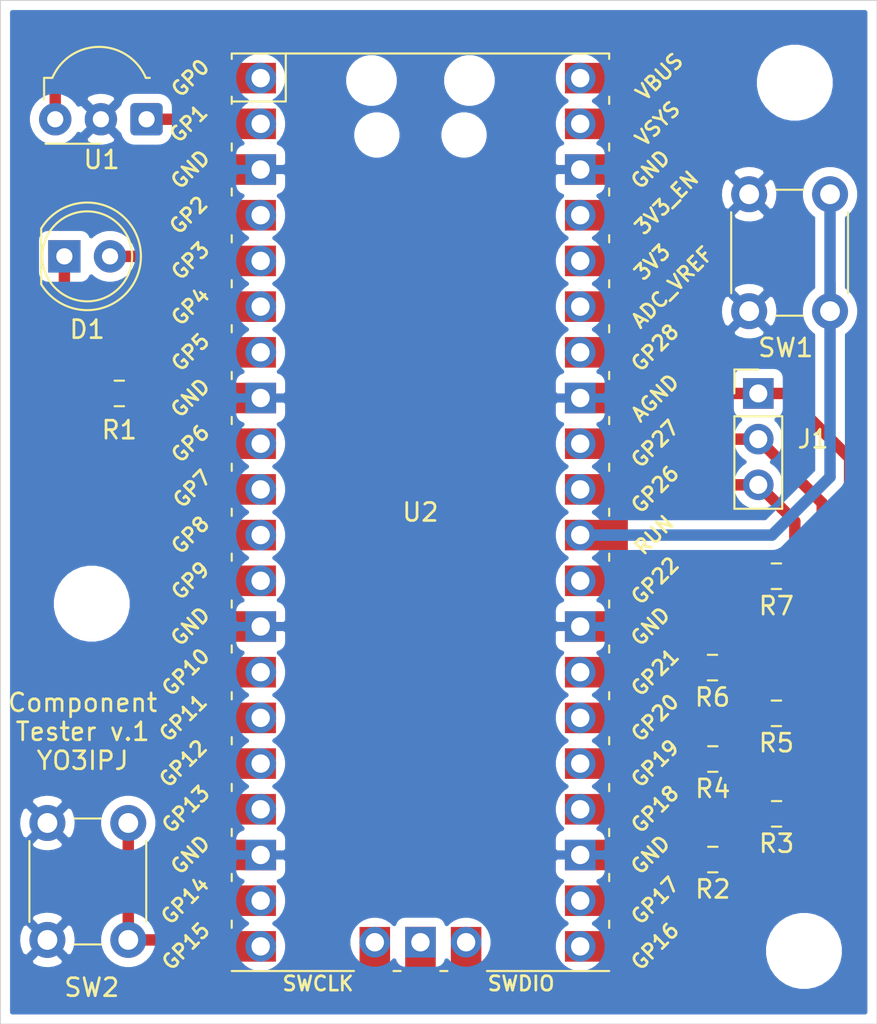
<source format=kicad_pcb>
(kicad_pcb (version 20171130) (host pcbnew 5.1.5+dfsg1-2build2)

  (general
    (thickness 1.6)
    (drawings 5)
    (tracks 67)
    (zones 0)
    (modules 16)
    (nets 38)
  )

  (page A4)
  (layers
    (0 F.Cu signal)
    (31 B.Cu signal)
    (32 B.Adhes user)
    (33 F.Adhes user)
    (34 B.Paste user)
    (35 F.Paste user)
    (36 B.SilkS user)
    (37 F.SilkS user)
    (38 B.Mask user)
    (39 F.Mask user)
    (40 Dwgs.User user)
    (41 Cmts.User user)
    (42 Eco1.User user)
    (43 Eco2.User user)
    (44 Edge.Cuts user)
    (45 Margin user)
    (46 B.CrtYd user)
    (47 F.CrtYd user)
    (48 B.Fab user)
    (49 F.Fab user hide)
  )

  (setup
    (last_trace_width 0.25)
    (user_trace_width 0.254)
    (user_trace_width 0.635)
    (trace_clearance 0.2)
    (zone_clearance 0.508)
    (zone_45_only no)
    (trace_min 0.2)
    (via_size 0.8)
    (via_drill 0.4)
    (via_min_size 0.4)
    (via_min_drill 0.3)
    (uvia_size 0.3)
    (uvia_drill 0.1)
    (uvias_allowed no)
    (uvia_min_size 0.2)
    (uvia_min_drill 0.1)
    (edge_width 0.05)
    (segment_width 0.2)
    (pcb_text_width 0.3)
    (pcb_text_size 1.5 1.5)
    (mod_edge_width 0.12)
    (mod_text_size 1 1)
    (mod_text_width 0.15)
    (pad_size 1.524 1.524)
    (pad_drill 0.762)
    (pad_to_mask_clearance 0.051)
    (solder_mask_min_width 0.25)
    (aux_axis_origin 0 0)
    (visible_elements FFFFFF7F)
    (pcbplotparams
      (layerselection 0x010fc_ffffffff)
      (usegerberextensions false)
      (usegerberattributes false)
      (usegerberadvancedattributes false)
      (creategerberjobfile false)
      (excludeedgelayer true)
      (linewidth 0.100000)
      (plotframeref false)
      (viasonmask false)
      (mode 1)
      (useauxorigin false)
      (hpglpennumber 1)
      (hpglpenspeed 20)
      (hpglpendiameter 15.000000)
      (psnegative false)
      (psa4output false)
      (plotreference true)
      (plotvalue true)
      (plotinvisibletext false)
      (padsonsilk false)
      (subtractmaskfromsilk false)
      (outputformat 1)
      (mirror false)
      (drillshape 1)
      (scaleselection 1)
      (outputdirectory ""))
  )

  (net 0 "")
  (net 1 /GP1)
  (net 2 "Net-(D1-Pad1)")
  (net 3 /ADC0)
  (net 4 /ADC1)
  (net 5 /ADC2)
  (net 6 GND)
  (net 7 /GP22)
  (net 8 /GP21)
  (net 9 /GP20)
  (net 10 /GP19)
  (net 11 /GP18)
  (net 12 /GP17)
  (net 13 +3V3)
  (net 14 "Net-(U2-Pad43)")
  (net 15 "Net-(U2-Pad42)")
  (net 16 "Net-(U2-Pad41)")
  (net 17 "Net-(U2-Pad35)")
  (net 18 "Net-(U2-Pad37)")
  (net 19 "Net-(U2-Pad39)")
  (net 20 "Net-(U2-Pad40)")
  (net 21 "Net-(U2-Pad19)")
  (net 22 "Net-(U2-Pad17)")
  (net 23 "Net-(U2-Pad16)")
  (net 24 "Net-(U2-Pad15)")
  (net 25 "Net-(U2-Pad14)")
  (net 26 "Net-(U2-Pad12)")
  (net 27 "Net-(U2-Pad11)")
  (net 28 "Net-(U2-Pad10)")
  (net 29 "Net-(U2-Pad9)")
  (net 30 "Net-(U2-Pad7)")
  (net 31 "Net-(U2-Pad6)")
  (net 32 "Net-(U2-Pad4)")
  (net 33 /GP3)
  (net 34 "Net-(U2-Pad1)")
  (net 35 "Net-(SW1-Pad2)")
  (net 36 /GP15)
  (net 37 "Net-(U2-Pad21)")

  (net_class Default "This is the default net class."
    (clearance 0.2)
    (trace_width 0.25)
    (via_dia 0.8)
    (via_drill 0.4)
    (uvia_dia 0.3)
    (uvia_drill 0.1)
    (add_net +3V3)
    (add_net /ADC0)
    (add_net /ADC1)
    (add_net /ADC2)
    (add_net /GP1)
    (add_net /GP15)
    (add_net /GP17)
    (add_net /GP18)
    (add_net /GP19)
    (add_net /GP20)
    (add_net /GP21)
    (add_net /GP22)
    (add_net /GP3)
    (add_net GND)
    (add_net "Net-(D1-Pad1)")
    (add_net "Net-(SW1-Pad2)")
    (add_net "Net-(U2-Pad1)")
    (add_net "Net-(U2-Pad10)")
    (add_net "Net-(U2-Pad11)")
    (add_net "Net-(U2-Pad12)")
    (add_net "Net-(U2-Pad14)")
    (add_net "Net-(U2-Pad15)")
    (add_net "Net-(U2-Pad16)")
    (add_net "Net-(U2-Pad17)")
    (add_net "Net-(U2-Pad19)")
    (add_net "Net-(U2-Pad21)")
    (add_net "Net-(U2-Pad35)")
    (add_net "Net-(U2-Pad37)")
    (add_net "Net-(U2-Pad39)")
    (add_net "Net-(U2-Pad4)")
    (add_net "Net-(U2-Pad40)")
    (add_net "Net-(U2-Pad41)")
    (add_net "Net-(U2-Pad42)")
    (add_net "Net-(U2-Pad43)")
    (add_net "Net-(U2-Pad6)")
    (add_net "Net-(U2-Pad7)")
    (add_net "Net-(U2-Pad9)")
  )

  (module MountingHole:MountingHole_3.2mm_M3 (layer F.Cu) (tedit 56D1B4CB) (tstamp 62AE38B3)
    (at 195.072 47.752 90)
    (descr "Mounting Hole 3.2mm, no annular, M3")
    (tags "mounting hole 3.2mm no annular m3")
    (attr virtual)
    (fp_text reference REF** (at 0 4.064 90) (layer F.SilkS) hide
      (effects (font (size 1 1) (thickness 0.15)))
    )
    (fp_text value MountingHole_3.2mm_M3 (at 0 4.2 90) (layer F.Fab)
      (effects (font (size 1 1) (thickness 0.15)))
    )
    (fp_circle (center 0 0) (end 3.45 0) (layer F.CrtYd) (width 0.05))
    (fp_circle (center 0 0) (end 3.2 0) (layer Cmts.User) (width 0.15))
    (fp_text user %R (at 0.3 0 90) (layer F.Fab)
      (effects (font (size 1 1) (thickness 0.15)))
    )
    (pad 1 np_thru_hole circle (at 0 0 90) (size 3.2 3.2) (drill 3.2) (layers *.Cu *.Mask))
  )

  (module MountingHole:MountingHole_3.2mm_M3 (layer F.Cu) (tedit 56D1B4CB) (tstamp 62AE389D)
    (at 195.58 96.012)
    (descr "Mounting Hole 3.2mm, no annular, M3")
    (tags "mounting hole 3.2mm no annular m3")
    (attr virtual)
    (fp_text reference REF** (at 0 -4.2) (layer F.SilkS) hide
      (effects (font (size 1 1) (thickness 0.15)))
    )
    (fp_text value MountingHole_3.2mm_M3 (at 0 4.2) (layer F.Fab)
      (effects (font (size 1 1) (thickness 0.15)))
    )
    (fp_circle (center 0 0) (end 3.45 0) (layer F.CrtYd) (width 0.05))
    (fp_circle (center 0 0) (end 3.2 0) (layer Cmts.User) (width 0.15))
    (fp_text user %R (at 0.3 0) (layer F.Fab)
      (effects (font (size 1 1) (thickness 0.15)))
    )
    (pad 1 np_thru_hole circle (at 0 0) (size 3.2 3.2) (drill 3.2) (layers *.Cu *.Mask))
  )

  (module MountingHole:MountingHole_3.2mm_M3 (layer F.Cu) (tedit 56D1B4CB) (tstamp 62AE3887)
    (at 155.956 76.708)
    (descr "Mounting Hole 3.2mm, no annular, M3")
    (tags "mounting hole 3.2mm no annular m3")
    (attr virtual)
    (fp_text reference REF** (at 0 -4.2) (layer F.SilkS) hide
      (effects (font (size 1 1) (thickness 0.15)))
    )
    (fp_text value MountingHole_3.2mm_M3 (at 0 4.2) (layer F.Fab)
      (effects (font (size 1 1) (thickness 0.15)))
    )
    (fp_circle (center 0 0) (end 3.45 0) (layer F.CrtYd) (width 0.05))
    (fp_circle (center 0 0) (end 3.2 0) (layer Cmts.User) (width 0.15))
    (fp_text user %R (at 0.3 0) (layer F.Fab)
      (effects (font (size 1 1) (thickness 0.15)))
    )
    (pad 1 np_thru_hole circle (at 0 0) (size 3.2 3.2) (drill 3.2) (layers *.Cu *.Mask))
  )

  (module LED_THT:LED_D5.0mm (layer F.Cu) (tedit 5995936A) (tstamp 62AD9043)
    (at 154.432 57.404)
    (descr "LED, diameter 5.0mm, 2 pins, http://cdn-reichelt.de/documents/datenblatt/A500/LL-504BC2E-009.pdf")
    (tags "LED diameter 5.0mm 2 pins")
    (path /62B2B11E)
    (fp_text reference D1 (at 1.27 4.064) (layer F.SilkS)
      (effects (font (size 1 1) (thickness 0.15)))
    )
    (fp_text value LED (at 1.27 3.96) (layer F.Fab)
      (effects (font (size 1 1) (thickness 0.15)))
    )
    (fp_text user %R (at 1.25 0) (layer F.Fab)
      (effects (font (size 0.8 0.8) (thickness 0.2)))
    )
    (fp_line (start 4.5 -3.25) (end -1.95 -3.25) (layer F.CrtYd) (width 0.05))
    (fp_line (start 4.5 3.25) (end 4.5 -3.25) (layer F.CrtYd) (width 0.05))
    (fp_line (start -1.95 3.25) (end 4.5 3.25) (layer F.CrtYd) (width 0.05))
    (fp_line (start -1.95 -3.25) (end -1.95 3.25) (layer F.CrtYd) (width 0.05))
    (fp_line (start -1.29 -1.545) (end -1.29 1.545) (layer F.SilkS) (width 0.12))
    (fp_line (start -1.23 -1.469694) (end -1.23 1.469694) (layer F.Fab) (width 0.1))
    (fp_circle (center 1.27 0) (end 3.77 0) (layer F.SilkS) (width 0.12))
    (fp_circle (center 1.27 0) (end 3.77 0) (layer F.Fab) (width 0.1))
    (fp_arc (start 1.27 0) (end -1.29 1.54483) (angle -148.9) (layer F.SilkS) (width 0.12))
    (fp_arc (start 1.27 0) (end -1.29 -1.54483) (angle 148.9) (layer F.SilkS) (width 0.12))
    (fp_arc (start 1.27 0) (end -1.23 -1.469694) (angle 299.1) (layer F.Fab) (width 0.1))
    (pad 2 thru_hole circle (at 2.54 0) (size 1.8 1.8) (drill 0.9) (layers *.Cu *.Mask)
      (net 33 /GP3))
    (pad 1 thru_hole rect (at 0 0) (size 1.8 1.8) (drill 0.9) (layers *.Cu *.Mask)
      (net 2 "Net-(D1-Pad1)"))
    (model ${KISYS3DMOD}/LED_THT.3dshapes/LED_D5.0mm.wrl
      (at (xyz 0 0 0))
      (scale (xyz 1 1 1))
      (rotate (xyz 0 0 0))
    )
  )

  (module Button_Switch_THT:SW_PUSH_6mm (layer F.Cu) (tedit 5A02FE31) (tstamp 62ADE2A7)
    (at 157.988 88.9 270)
    (descr https://www.omron.com/ecb/products/pdf/en-b3f.pdf)
    (tags "tact sw push 6mm")
    (path /62B4EEF3)
    (fp_text reference SW2 (at 9.144 2.032 180) (layer F.SilkS)
      (effects (font (size 1 1) (thickness 0.15)))
    )
    (fp_text value SW_DIP_x01 (at 3.75 6.7 90) (layer F.Fab)
      (effects (font (size 1 1) (thickness 0.15)))
    )
    (fp_circle (center 3.25 2.25) (end 1.25 2.5) (layer F.Fab) (width 0.1))
    (fp_line (start 6.75 3) (end 6.75 1.5) (layer F.SilkS) (width 0.12))
    (fp_line (start 5.5 -1) (end 1 -1) (layer F.SilkS) (width 0.12))
    (fp_line (start -0.25 1.5) (end -0.25 3) (layer F.SilkS) (width 0.12))
    (fp_line (start 1 5.5) (end 5.5 5.5) (layer F.SilkS) (width 0.12))
    (fp_line (start 8 -1.25) (end 8 5.75) (layer F.CrtYd) (width 0.05))
    (fp_line (start 7.75 6) (end -1.25 6) (layer F.CrtYd) (width 0.05))
    (fp_line (start -1.5 5.75) (end -1.5 -1.25) (layer F.CrtYd) (width 0.05))
    (fp_line (start -1.25 -1.5) (end 7.75 -1.5) (layer F.CrtYd) (width 0.05))
    (fp_line (start -1.5 6) (end -1.25 6) (layer F.CrtYd) (width 0.05))
    (fp_line (start -1.5 5.75) (end -1.5 6) (layer F.CrtYd) (width 0.05))
    (fp_line (start -1.5 -1.5) (end -1.25 -1.5) (layer F.CrtYd) (width 0.05))
    (fp_line (start -1.5 -1.25) (end -1.5 -1.5) (layer F.CrtYd) (width 0.05))
    (fp_line (start 8 -1.5) (end 8 -1.25) (layer F.CrtYd) (width 0.05))
    (fp_line (start 7.75 -1.5) (end 8 -1.5) (layer F.CrtYd) (width 0.05))
    (fp_line (start 8 6) (end 8 5.75) (layer F.CrtYd) (width 0.05))
    (fp_line (start 7.75 6) (end 8 6) (layer F.CrtYd) (width 0.05))
    (fp_line (start 0.25 -0.75) (end 3.25 -0.75) (layer F.Fab) (width 0.1))
    (fp_line (start 0.25 5.25) (end 0.25 -0.75) (layer F.Fab) (width 0.1))
    (fp_line (start 6.25 5.25) (end 0.25 5.25) (layer F.Fab) (width 0.1))
    (fp_line (start 6.25 -0.75) (end 6.25 5.25) (layer F.Fab) (width 0.1))
    (fp_line (start 3.25 -0.75) (end 6.25 -0.75) (layer F.Fab) (width 0.1))
    (fp_text user %R (at 3.25 2.25 90) (layer F.Fab)
      (effects (font (size 1 1) (thickness 0.15)))
    )
    (pad 1 thru_hole circle (at 6.5 0) (size 2 2) (drill 1.1) (layers *.Cu *.Mask)
      (net 36 /GP15))
    (pad 2 thru_hole circle (at 6.5 4.5) (size 2 2) (drill 1.1) (layers *.Cu *.Mask)
      (net 6 GND))
    (pad 1 thru_hole circle (at 0 0) (size 2 2) (drill 1.1) (layers *.Cu *.Mask)
      (net 36 /GP15))
    (pad 2 thru_hole circle (at 0 4.5) (size 2 2) (drill 1.1) (layers *.Cu *.Mask)
      (net 6 GND))
    (model ${KISYS3DMOD}/Button_Switch_THT.3dshapes/SW_PUSH_6mm.wrl
      (at (xyz 0 0 0))
      (scale (xyz 1 1 1))
      (rotate (xyz 0 0 0))
    )
  )

  (module MCU_RaspberryPi_and_Boards:RPi_Pico_SMD_TH (layer F.Cu) (tedit 5F638C80) (tstamp 62AD9975)
    (at 174.244 71.628)
    (descr "Through hole straight pin header, 2x20, 2.54mm pitch, double rows")
    (tags "Through hole pin header THT 2x20 2.54mm double row")
    (path /62AD39AE)
    (fp_text reference U2 (at 0 0) (layer F.SilkS)
      (effects (font (size 1 1) (thickness 0.15)))
    )
    (fp_text value Pico (at 0 2.159) (layer F.Fab)
      (effects (font (size 1 1) (thickness 0.15)))
    )
    (fp_poly (pts (xy 3.7 -20.2) (xy -3.7 -20.2) (xy -3.7 -24.9) (xy 3.7 -24.9)) (layer Dwgs.User) (width 0.1))
    (fp_poly (pts (xy -1.5 -11.5) (xy -3.5 -11.5) (xy -3.5 -13.5) (xy -1.5 -13.5)) (layer Dwgs.User) (width 0.1))
    (fp_poly (pts (xy -1.5 -14) (xy -3.5 -14) (xy -3.5 -16) (xy -1.5 -16)) (layer Dwgs.User) (width 0.1))
    (fp_poly (pts (xy -1.5 -16.5) (xy -3.5 -16.5) (xy -3.5 -18.5) (xy -1.5 -18.5)) (layer Dwgs.User) (width 0.1))
    (fp_text user SWDIO (at 5.6 26.2) (layer F.SilkS)
      (effects (font (size 0.8 0.8) (thickness 0.15)))
    )
    (fp_text user SWCLK (at -5.7 26.2) (layer F.SilkS)
      (effects (font (size 0.8 0.8) (thickness 0.15)))
    )
    (fp_text user AGND (at 13.054 -6.35 45) (layer F.SilkS)
      (effects (font (size 0.8 0.8) (thickness 0.15)))
    )
    (fp_text user GND (at 12.8 -19.05 45) (layer F.SilkS)
      (effects (font (size 0.8 0.8) (thickness 0.15)))
    )
    (fp_text user GND (at 12.8 6.35 45) (layer F.SilkS)
      (effects (font (size 0.8 0.8) (thickness 0.15)))
    )
    (fp_text user GND (at 12.8 19.05 45) (layer F.SilkS)
      (effects (font (size 0.8 0.8) (thickness 0.15)))
    )
    (fp_text user GND (at -12.8 19.05 45) (layer F.SilkS)
      (effects (font (size 0.8 0.8) (thickness 0.15)))
    )
    (fp_text user GND (at -12.8 6.35 45) (layer F.SilkS)
      (effects (font (size 0.8 0.8) (thickness 0.15)))
    )
    (fp_text user GND (at -12.8 -6.35 45) (layer F.SilkS)
      (effects (font (size 0.8 0.8) (thickness 0.15)))
    )
    (fp_text user GND (at -12.8 -19.05 45) (layer F.SilkS)
      (effects (font (size 0.8 0.8) (thickness 0.15)))
    )
    (fp_text user VBUS (at 13.3 -24.2 45) (layer F.SilkS)
      (effects (font (size 0.8 0.8) (thickness 0.15)))
    )
    (fp_text user VSYS (at 13.2 -21.59 45) (layer F.SilkS)
      (effects (font (size 0.8 0.8) (thickness 0.15)))
    )
    (fp_text user 3V3_EN (at 13.7 -17.2 45) (layer F.SilkS)
      (effects (font (size 0.8 0.8) (thickness 0.15)))
    )
    (fp_text user 3V3 (at 12.9 -13.9 45) (layer F.SilkS)
      (effects (font (size 0.8 0.8) (thickness 0.15)))
    )
    (fp_text user ADC_VREF (at 14 -12.5 45) (layer F.SilkS)
      (effects (font (size 0.8 0.8) (thickness 0.15)))
    )
    (fp_text user GP28 (at 13.054 -9.144 45) (layer F.SilkS)
      (effects (font (size 0.8 0.8) (thickness 0.15)))
    )
    (fp_text user GP27 (at 13.054 -3.8 45) (layer F.SilkS)
      (effects (font (size 0.8 0.8) (thickness 0.15)))
    )
    (fp_text user GP26 (at 13.054 -1.27 45) (layer F.SilkS)
      (effects (font (size 0.8 0.8) (thickness 0.15)))
    )
    (fp_text user RUN (at 13 1.27 45) (layer F.SilkS)
      (effects (font (size 0.8 0.8) (thickness 0.15)))
    )
    (fp_text user GP22 (at 13.054 3.81 45) (layer F.SilkS)
      (effects (font (size 0.8 0.8) (thickness 0.15)))
    )
    (fp_text user GP21 (at 13.054 8.9 45) (layer F.SilkS)
      (effects (font (size 0.8 0.8) (thickness 0.15)))
    )
    (fp_text user GP20 (at 13.054 11.43 45) (layer F.SilkS)
      (effects (font (size 0.8 0.8) (thickness 0.15)))
    )
    (fp_text user GP19 (at 13.054 13.97 45) (layer F.SilkS)
      (effects (font (size 0.8 0.8) (thickness 0.15)))
    )
    (fp_text user GP18 (at 13.054 16.51 45) (layer F.SilkS)
      (effects (font (size 0.8 0.8) (thickness 0.15)))
    )
    (fp_text user GP17 (at 13.054 21.59 45) (layer F.SilkS)
      (effects (font (size 0.8 0.8) (thickness 0.15)))
    )
    (fp_text user GP16 (at 13.054 24.13 45) (layer F.SilkS)
      (effects (font (size 0.8 0.8) (thickness 0.15)))
    )
    (fp_text user GP15 (at -13.054 24.13 45) (layer F.SilkS)
      (effects (font (size 0.8 0.8) (thickness 0.15)))
    )
    (fp_text user GP14 (at -13.1 21.59 45) (layer F.SilkS)
      (effects (font (size 0.8 0.8) (thickness 0.15)))
    )
    (fp_text user GP13 (at -13.054 16.51 45) (layer F.SilkS)
      (effects (font (size 0.8 0.8) (thickness 0.15)))
    )
    (fp_text user GP12 (at -13.2 13.97 45) (layer F.SilkS)
      (effects (font (size 0.8 0.8) (thickness 0.15)))
    )
    (fp_text user GP11 (at -13.2 11.43 45) (layer F.SilkS)
      (effects (font (size 0.8 0.8) (thickness 0.15)))
    )
    (fp_text user GP10 (at -13.054 8.89 45) (layer F.SilkS)
      (effects (font (size 0.8 0.8) (thickness 0.15)))
    )
    (fp_text user GP9 (at -12.8 3.81 45) (layer F.SilkS)
      (effects (font (size 0.8 0.8) (thickness 0.15)))
    )
    (fp_text user GP8 (at -12.8 1.27 45) (layer F.SilkS)
      (effects (font (size 0.8 0.8) (thickness 0.15)))
    )
    (fp_text user GP7 (at -12.7 -1.3 45) (layer F.SilkS)
      (effects (font (size 0.8 0.8) (thickness 0.15)))
    )
    (fp_text user GP6 (at -12.8 -3.81 45) (layer F.SilkS)
      (effects (font (size 0.8 0.8) (thickness 0.15)))
    )
    (fp_text user GP5 (at -12.8 -8.89 45) (layer F.SilkS)
      (effects (font (size 0.8 0.8) (thickness 0.15)))
    )
    (fp_text user GP4 (at -12.8 -11.43 45) (layer F.SilkS)
      (effects (font (size 0.8 0.8) (thickness 0.15)))
    )
    (fp_text user GP3 (at -12.8 -13.97 45) (layer F.SilkS)
      (effects (font (size 0.8 0.8) (thickness 0.15)))
    )
    (fp_text user GP0 (at -12.8 -24.13 45) (layer F.SilkS)
      (effects (font (size 0.8 0.8) (thickness 0.15)))
    )
    (fp_text user GP2 (at -12.9 -16.51 45) (layer F.SilkS)
      (effects (font (size 0.8 0.8) (thickness 0.15)))
    )
    (fp_text user GP1 (at -12.9 -21.6 45) (layer F.SilkS)
      (effects (font (size 0.8 0.8) (thickness 0.15)))
    )
    (fp_text user %R (at 0 0 180) (layer F.Fab)
      (effects (font (size 1 1) (thickness 0.15)))
    )
    (fp_line (start -10.5 -25.5) (end 10.5 -25.5) (layer F.Fab) (width 0.12))
    (fp_line (start 10.5 -25.5) (end 10.5 25.5) (layer F.Fab) (width 0.12))
    (fp_line (start 10.5 25.5) (end -10.5 25.5) (layer F.Fab) (width 0.12))
    (fp_line (start -10.5 25.5) (end -10.5 -25.5) (layer F.Fab) (width 0.12))
    (fp_line (start -10.5 -24.2) (end -9.2 -25.5) (layer F.Fab) (width 0.12))
    (fp_line (start -11 -26) (end 11 -26) (layer F.CrtYd) (width 0.12))
    (fp_line (start 11 -26) (end 11 26) (layer F.CrtYd) (width 0.12))
    (fp_line (start 11 26) (end -11 26) (layer F.CrtYd) (width 0.12))
    (fp_line (start -11 26) (end -11 -26) (layer F.CrtYd) (width 0.12))
    (fp_line (start -10.5 -25.5) (end 10.5 -25.5) (layer F.SilkS) (width 0.12))
    (fp_line (start -3.7 25.5) (end -10.5 25.5) (layer F.SilkS) (width 0.12))
    (fp_line (start -10.5 -22.833) (end -7.493 -22.833) (layer F.SilkS) (width 0.12))
    (fp_line (start -7.493 -22.833) (end -7.493 -25.5) (layer F.SilkS) (width 0.12))
    (fp_line (start -10.5 -25.5) (end -10.5 -25.2) (layer F.SilkS) (width 0.12))
    (fp_line (start -10.5 -23.1) (end -10.5 -22.7) (layer F.SilkS) (width 0.12))
    (fp_line (start -10.5 -20.5) (end -10.5 -20.1) (layer F.SilkS) (width 0.12))
    (fp_line (start -10.5 -18) (end -10.5 -17.6) (layer F.SilkS) (width 0.12))
    (fp_line (start -10.5 -15.4) (end -10.5 -15) (layer F.SilkS) (width 0.12))
    (fp_line (start -10.5 -12.9) (end -10.5 -12.5) (layer F.SilkS) (width 0.12))
    (fp_line (start -10.5 -10.4) (end -10.5 -10) (layer F.SilkS) (width 0.12))
    (fp_line (start -10.5 -7.8) (end -10.5 -7.4) (layer F.SilkS) (width 0.12))
    (fp_line (start -10.5 -5.3) (end -10.5 -4.9) (layer F.SilkS) (width 0.12))
    (fp_line (start -10.5 -2.7) (end -10.5 -2.3) (layer F.SilkS) (width 0.12))
    (fp_line (start -10.5 -0.2) (end -10.5 0.2) (layer F.SilkS) (width 0.12))
    (fp_line (start -10.5 2.3) (end -10.5 2.7) (layer F.SilkS) (width 0.12))
    (fp_line (start -10.5 4.9) (end -10.5 5.3) (layer F.SilkS) (width 0.12))
    (fp_line (start -10.5 7.4) (end -10.5 7.8) (layer F.SilkS) (width 0.12))
    (fp_line (start -10.5 10) (end -10.5 10.4) (layer F.SilkS) (width 0.12))
    (fp_line (start -10.5 12.5) (end -10.5 12.9) (layer F.SilkS) (width 0.12))
    (fp_line (start -10.5 15.1) (end -10.5 15.5) (layer F.SilkS) (width 0.12))
    (fp_line (start -10.5 17.6) (end -10.5 18) (layer F.SilkS) (width 0.12))
    (fp_line (start -10.5 20.1) (end -10.5 20.5) (layer F.SilkS) (width 0.12))
    (fp_line (start -10.5 22.7) (end -10.5 23.1) (layer F.SilkS) (width 0.12))
    (fp_line (start 10.5 -10.4) (end 10.5 -10) (layer F.SilkS) (width 0.12))
    (fp_line (start 10.5 -5.3) (end 10.5 -4.9) (layer F.SilkS) (width 0.12))
    (fp_line (start 10.5 2.3) (end 10.5 2.7) (layer F.SilkS) (width 0.12))
    (fp_line (start 10.5 10) (end 10.5 10.4) (layer F.SilkS) (width 0.12))
    (fp_line (start 10.5 -20.5) (end 10.5 -20.1) (layer F.SilkS) (width 0.12))
    (fp_line (start 10.5 -23.1) (end 10.5 -22.7) (layer F.SilkS) (width 0.12))
    (fp_line (start 10.5 -15.4) (end 10.5 -15) (layer F.SilkS) (width 0.12))
    (fp_line (start 10.5 17.6) (end 10.5 18) (layer F.SilkS) (width 0.12))
    (fp_line (start 10.5 22.7) (end 10.5 23.1) (layer F.SilkS) (width 0.12))
    (fp_line (start 10.5 20.1) (end 10.5 20.5) (layer F.SilkS) (width 0.12))
    (fp_line (start 10.5 4.9) (end 10.5 5.3) (layer F.SilkS) (width 0.12))
    (fp_line (start 10.5 -0.2) (end 10.5 0.2) (layer F.SilkS) (width 0.12))
    (fp_line (start 10.5 -12.9) (end 10.5 -12.5) (layer F.SilkS) (width 0.12))
    (fp_line (start 10.5 -7.8) (end 10.5 -7.4) (layer F.SilkS) (width 0.12))
    (fp_line (start 10.5 12.5) (end 10.5 12.9) (layer F.SilkS) (width 0.12))
    (fp_line (start 10.5 -2.7) (end 10.5 -2.3) (layer F.SilkS) (width 0.12))
    (fp_line (start 10.5 -25.5) (end 10.5 -25.2) (layer F.SilkS) (width 0.12))
    (fp_line (start 10.5 -18) (end 10.5 -17.6) (layer F.SilkS) (width 0.12))
    (fp_line (start 10.5 7.4) (end 10.5 7.8) (layer F.SilkS) (width 0.12))
    (fp_line (start 10.5 15.1) (end 10.5 15.5) (layer F.SilkS) (width 0.12))
    (fp_line (start 10.5 25.5) (end 3.7 25.5) (layer F.SilkS) (width 0.12))
    (fp_line (start -1.5 25.5) (end -1.1 25.5) (layer F.SilkS) (width 0.12))
    (fp_line (start 1.1 25.5) (end 1.5 25.5) (layer F.SilkS) (width 0.12))
    (pad 43 thru_hole oval (at 2.54 23.9) (size 1.7 1.7) (drill 1.02) (layers *.Cu *.Mask)
      (net 14 "Net-(U2-Pad43)"))
    (pad 43 smd rect (at 2.54 23.9 90) (size 3.5 1.7) (drill (offset -0.9 0)) (layers F.Cu F.Mask)
      (net 14 "Net-(U2-Pad43)"))
    (pad 42 thru_hole rect (at 0 23.9) (size 1.7 1.7) (drill 1.02) (layers *.Cu *.Mask)
      (net 15 "Net-(U2-Pad42)"))
    (pad 42 smd rect (at 0 23.9 90) (size 3.5 1.7) (drill (offset -0.9 0)) (layers F.Cu F.Mask)
      (net 15 "Net-(U2-Pad42)"))
    (pad 41 thru_hole oval (at -2.54 23.9) (size 1.7 1.7) (drill 1.02) (layers *.Cu *.Mask)
      (net 16 "Net-(U2-Pad41)"))
    (pad 41 smd rect (at -2.54 23.9 90) (size 3.5 1.7) (drill (offset -0.9 0)) (layers F.Cu F.Mask)
      (net 16 "Net-(U2-Pad41)"))
    (pad "" np_thru_hole oval (at 2.425 -20.97) (size 1.5 1.5) (drill 1.5) (layers *.Cu *.Mask))
    (pad "" np_thru_hole oval (at -2.425 -20.97) (size 1.5 1.5) (drill 1.5) (layers *.Cu *.Mask))
    (pad "" np_thru_hole oval (at 2.725 -24) (size 1.8 1.8) (drill 1.8) (layers *.Cu *.Mask))
    (pad "" np_thru_hole oval (at -2.725 -24) (size 1.8 1.8) (drill 1.8) (layers *.Cu *.Mask))
    (pad 21 smd rect (at 8.89 24.13) (size 3.5 1.7) (drill (offset 0.9 0)) (layers F.Cu F.Mask)
      (net 37 "Net-(U2-Pad21)"))
    (pad 22 smd rect (at 8.89 21.59) (size 3.5 1.7) (drill (offset 0.9 0)) (layers F.Cu F.Mask)
      (net 12 /GP17))
    (pad 23 smd rect (at 8.89 19.05) (size 3.5 1.7) (drill (offset 0.9 0)) (layers F.Cu F.Mask)
      (net 6 GND))
    (pad 24 smd rect (at 8.89 16.51) (size 3.5 1.7) (drill (offset 0.9 0)) (layers F.Cu F.Mask)
      (net 11 /GP18))
    (pad 25 smd rect (at 8.89 13.97) (size 3.5 1.7) (drill (offset 0.9 0)) (layers F.Cu F.Mask)
      (net 10 /GP19))
    (pad 26 smd rect (at 8.89 11.43) (size 3.5 1.7) (drill (offset 0.9 0)) (layers F.Cu F.Mask)
      (net 9 /GP20))
    (pad 27 smd rect (at 8.89 8.89) (size 3.5 1.7) (drill (offset 0.9 0)) (layers F.Cu F.Mask)
      (net 8 /GP21))
    (pad 28 smd rect (at 8.89 6.35) (size 3.5 1.7) (drill (offset 0.9 0)) (layers F.Cu F.Mask)
      (net 6 GND))
    (pad 29 smd rect (at 8.89 3.81) (size 3.5 1.7) (drill (offset 0.9 0)) (layers F.Cu F.Mask)
      (net 7 /GP22))
    (pad 30 smd rect (at 8.89 1.27) (size 3.5 1.7) (drill (offset 0.9 0)) (layers F.Cu F.Mask)
      (net 35 "Net-(SW1-Pad2)"))
    (pad 31 smd rect (at 8.89 -1.27) (size 3.5 1.7) (drill (offset 0.9 0)) (layers F.Cu F.Mask)
      (net 3 /ADC0))
    (pad 32 smd rect (at 8.89 -3.81) (size 3.5 1.7) (drill (offset 0.9 0)) (layers F.Cu F.Mask)
      (net 4 /ADC1))
    (pad 33 smd rect (at 8.89 -6.35) (size 3.5 1.7) (drill (offset 0.9 0)) (layers F.Cu F.Mask)
      (net 6 GND))
    (pad 34 smd rect (at 8.89 -8.89) (size 3.5 1.7) (drill (offset 0.9 0)) (layers F.Cu F.Mask)
      (net 5 /ADC2))
    (pad 35 smd rect (at 8.89 -11.43) (size 3.5 1.7) (drill (offset 0.9 0)) (layers F.Cu F.Mask)
      (net 17 "Net-(U2-Pad35)"))
    (pad 36 smd rect (at 8.89 -13.97) (size 3.5 1.7) (drill (offset 0.9 0)) (layers F.Cu F.Mask)
      (net 13 +3V3))
    (pad 37 smd rect (at 8.89 -16.51) (size 3.5 1.7) (drill (offset 0.9 0)) (layers F.Cu F.Mask)
      (net 18 "Net-(U2-Pad37)"))
    (pad 38 smd rect (at 8.89 -19.05) (size 3.5 1.7) (drill (offset 0.9 0)) (layers F.Cu F.Mask)
      (net 6 GND))
    (pad 39 smd rect (at 8.89 -21.59) (size 3.5 1.7) (drill (offset 0.9 0)) (layers F.Cu F.Mask)
      (net 19 "Net-(U2-Pad39)"))
    (pad 40 smd rect (at 8.89 -24.13) (size 3.5 1.7) (drill (offset 0.9 0)) (layers F.Cu F.Mask)
      (net 20 "Net-(U2-Pad40)"))
    (pad 20 smd rect (at -8.89 24.13) (size 3.5 1.7) (drill (offset -0.9 0)) (layers F.Cu F.Mask)
      (net 36 /GP15))
    (pad 19 smd rect (at -8.89 21.59) (size 3.5 1.7) (drill (offset -0.9 0)) (layers F.Cu F.Mask)
      (net 21 "Net-(U2-Pad19)"))
    (pad 18 smd rect (at -8.89 19.05) (size 3.5 1.7) (drill (offset -0.9 0)) (layers F.Cu F.Mask)
      (net 6 GND))
    (pad 17 smd rect (at -8.89 16.51) (size 3.5 1.7) (drill (offset -0.9 0)) (layers F.Cu F.Mask)
      (net 22 "Net-(U2-Pad17)"))
    (pad 16 smd rect (at -8.89 13.97) (size 3.5 1.7) (drill (offset -0.9 0)) (layers F.Cu F.Mask)
      (net 23 "Net-(U2-Pad16)"))
    (pad 15 smd rect (at -8.89 11.43) (size 3.5 1.7) (drill (offset -0.9 0)) (layers F.Cu F.Mask)
      (net 24 "Net-(U2-Pad15)"))
    (pad 14 smd rect (at -8.89 8.89) (size 3.5 1.7) (drill (offset -0.9 0)) (layers F.Cu F.Mask)
      (net 25 "Net-(U2-Pad14)"))
    (pad 13 smd rect (at -8.89 6.35) (size 3.5 1.7) (drill (offset -0.9 0)) (layers F.Cu F.Mask)
      (net 6 GND))
    (pad 12 smd rect (at -8.89 3.81) (size 3.5 1.7) (drill (offset -0.9 0)) (layers F.Cu F.Mask)
      (net 26 "Net-(U2-Pad12)"))
    (pad 11 smd rect (at -8.89 1.27) (size 3.5 1.7) (drill (offset -0.9 0)) (layers F.Cu F.Mask)
      (net 27 "Net-(U2-Pad11)"))
    (pad 10 smd rect (at -8.89 -1.27) (size 3.5 1.7) (drill (offset -0.9 0)) (layers F.Cu F.Mask)
      (net 28 "Net-(U2-Pad10)"))
    (pad 9 smd rect (at -8.89 -3.81) (size 3.5 1.7) (drill (offset -0.9 0)) (layers F.Cu F.Mask)
      (net 29 "Net-(U2-Pad9)"))
    (pad 8 smd rect (at -8.89 -6.35) (size 3.5 1.7) (drill (offset -0.9 0)) (layers F.Cu F.Mask)
      (net 6 GND))
    (pad 7 smd rect (at -8.89 -8.89) (size 3.5 1.7) (drill (offset -0.9 0)) (layers F.Cu F.Mask)
      (net 30 "Net-(U2-Pad7)"))
    (pad 6 smd rect (at -8.89 -11.43) (size 3.5 1.7) (drill (offset -0.9 0)) (layers F.Cu F.Mask)
      (net 31 "Net-(U2-Pad6)"))
    (pad 5 smd rect (at -8.89 -13.97) (size 3.5 1.7) (drill (offset -0.9 0)) (layers F.Cu F.Mask)
      (net 33 /GP3))
    (pad 4 smd rect (at -8.89 -16.51) (size 3.5 1.7) (drill (offset -0.9 0)) (layers F.Cu F.Mask)
      (net 32 "Net-(U2-Pad4)"))
    (pad 3 smd rect (at -8.89 -19.05) (size 3.5 1.7) (drill (offset -0.9 0)) (layers F.Cu F.Mask)
      (net 6 GND))
    (pad 2 smd rect (at -8.89 -21.59) (size 3.5 1.7) (drill (offset -0.9 0)) (layers F.Cu F.Mask)
      (net 1 /GP1))
    (pad 1 smd rect (at -8.89 -24.13) (size 3.5 1.7) (drill (offset -0.9 0)) (layers F.Cu F.Mask)
      (net 34 "Net-(U2-Pad1)"))
    (pad 40 thru_hole oval (at 8.89 -24.13) (size 1.7 1.7) (drill 1.02) (layers *.Cu *.Mask)
      (net 20 "Net-(U2-Pad40)"))
    (pad 39 thru_hole oval (at 8.89 -21.59) (size 1.7 1.7) (drill 1.02) (layers *.Cu *.Mask)
      (net 19 "Net-(U2-Pad39)"))
    (pad 38 thru_hole rect (at 8.89 -19.05) (size 1.7 1.7) (drill 1.02) (layers *.Cu *.Mask)
      (net 6 GND))
    (pad 37 thru_hole oval (at 8.89 -16.51) (size 1.7 1.7) (drill 1.02) (layers *.Cu *.Mask)
      (net 18 "Net-(U2-Pad37)"))
    (pad 36 thru_hole oval (at 8.89 -13.97) (size 1.7 1.7) (drill 1.02) (layers *.Cu *.Mask)
      (net 13 +3V3))
    (pad 35 thru_hole oval (at 8.89 -11.43) (size 1.7 1.7) (drill 1.02) (layers *.Cu *.Mask)
      (net 17 "Net-(U2-Pad35)"))
    (pad 34 thru_hole oval (at 8.89 -8.89) (size 1.7 1.7) (drill 1.02) (layers *.Cu *.Mask)
      (net 5 /ADC2))
    (pad 33 thru_hole rect (at 8.89 -6.35) (size 1.7 1.7) (drill 1.02) (layers *.Cu *.Mask)
      (net 6 GND))
    (pad 32 thru_hole oval (at 8.89 -3.81) (size 1.7 1.7) (drill 1.02) (layers *.Cu *.Mask)
      (net 4 /ADC1))
    (pad 31 thru_hole oval (at 8.89 -1.27) (size 1.7 1.7) (drill 1.02) (layers *.Cu *.Mask)
      (net 3 /ADC0))
    (pad 30 thru_hole oval (at 8.89 1.27) (size 1.7 1.7) (drill 1.02) (layers *.Cu *.Mask)
      (net 35 "Net-(SW1-Pad2)"))
    (pad 29 thru_hole oval (at 8.89 3.81) (size 1.7 1.7) (drill 1.02) (layers *.Cu *.Mask)
      (net 7 /GP22))
    (pad 28 thru_hole rect (at 8.89 6.35) (size 1.7 1.7) (drill 1.02) (layers *.Cu *.Mask)
      (net 6 GND))
    (pad 27 thru_hole oval (at 8.89 8.89) (size 1.7 1.7) (drill 1.02) (layers *.Cu *.Mask)
      (net 8 /GP21))
    (pad 26 thru_hole oval (at 8.89 11.43) (size 1.7 1.7) (drill 1.02) (layers *.Cu *.Mask)
      (net 9 /GP20))
    (pad 25 thru_hole oval (at 8.89 13.97) (size 1.7 1.7) (drill 1.02) (layers *.Cu *.Mask)
      (net 10 /GP19))
    (pad 24 thru_hole oval (at 8.89 16.51) (size 1.7 1.7) (drill 1.02) (layers *.Cu *.Mask)
      (net 11 /GP18))
    (pad 23 thru_hole rect (at 8.89 19.05) (size 1.7 1.7) (drill 1.02) (layers *.Cu *.Mask)
      (net 6 GND))
    (pad 22 thru_hole oval (at 8.89 21.59) (size 1.7 1.7) (drill 1.02) (layers *.Cu *.Mask)
      (net 12 /GP17))
    (pad 21 thru_hole oval (at 8.89 24.13) (size 1.7 1.7) (drill 1.02) (layers *.Cu *.Mask)
      (net 37 "Net-(U2-Pad21)"))
    (pad 20 thru_hole oval (at -8.89 24.13) (size 1.7 1.7) (drill 1.02) (layers *.Cu *.Mask)
      (net 36 /GP15))
    (pad 19 thru_hole oval (at -8.89 21.59) (size 1.7 1.7) (drill 1.02) (layers *.Cu *.Mask)
      (net 21 "Net-(U2-Pad19)"))
    (pad 18 thru_hole rect (at -8.89 19.05) (size 1.7 1.7) (drill 1.02) (layers *.Cu *.Mask)
      (net 6 GND))
    (pad 17 thru_hole oval (at -8.89 16.51) (size 1.7 1.7) (drill 1.02) (layers *.Cu *.Mask)
      (net 22 "Net-(U2-Pad17)"))
    (pad 16 thru_hole oval (at -8.89 13.97) (size 1.7 1.7) (drill 1.02) (layers *.Cu *.Mask)
      (net 23 "Net-(U2-Pad16)"))
    (pad 15 thru_hole oval (at -8.89 11.43) (size 1.7 1.7) (drill 1.02) (layers *.Cu *.Mask)
      (net 24 "Net-(U2-Pad15)"))
    (pad 14 thru_hole oval (at -8.89 8.89) (size 1.7 1.7) (drill 1.02) (layers *.Cu *.Mask)
      (net 25 "Net-(U2-Pad14)"))
    (pad 13 thru_hole rect (at -8.89 6.35) (size 1.7 1.7) (drill 1.02) (layers *.Cu *.Mask)
      (net 6 GND))
    (pad 12 thru_hole oval (at -8.89 3.81) (size 1.7 1.7) (drill 1.02) (layers *.Cu *.Mask)
      (net 26 "Net-(U2-Pad12)"))
    (pad 11 thru_hole oval (at -8.89 1.27) (size 1.7 1.7) (drill 1.02) (layers *.Cu *.Mask)
      (net 27 "Net-(U2-Pad11)"))
    (pad 10 thru_hole oval (at -8.89 -1.27) (size 1.7 1.7) (drill 1.02) (layers *.Cu *.Mask)
      (net 28 "Net-(U2-Pad10)"))
    (pad 9 thru_hole oval (at -8.89 -3.81) (size 1.7 1.7) (drill 1.02) (layers *.Cu *.Mask)
      (net 29 "Net-(U2-Pad9)"))
    (pad 8 thru_hole rect (at -8.89 -6.35) (size 1.7 1.7) (drill 1.02) (layers *.Cu *.Mask)
      (net 6 GND))
    (pad 7 thru_hole oval (at -8.89 -8.89) (size 1.7 1.7) (drill 1.02) (layers *.Cu *.Mask)
      (net 30 "Net-(U2-Pad7)"))
    (pad 6 thru_hole oval (at -8.89 -11.43) (size 1.7 1.7) (drill 1.02) (layers *.Cu *.Mask)
      (net 31 "Net-(U2-Pad6)"))
    (pad 5 thru_hole oval (at -8.89 -13.97) (size 1.7 1.7) (drill 1.02) (layers *.Cu *.Mask)
      (net 33 /GP3))
    (pad 4 thru_hole oval (at -8.89 -16.51) (size 1.7 1.7) (drill 1.02) (layers *.Cu *.Mask)
      (net 32 "Net-(U2-Pad4)"))
    (pad 3 thru_hole rect (at -8.89 -19.05) (size 1.7 1.7) (drill 1.02) (layers *.Cu *.Mask)
      (net 6 GND))
    (pad 2 thru_hole oval (at -8.89 -21.59) (size 1.7 1.7) (drill 1.02) (layers *.Cu *.Mask)
      (net 1 /GP1))
    (pad 1 thru_hole oval (at -8.89 -24.13) (size 1.7 1.7) (drill 1.02) (layers *.Cu *.Mask)
      (net 34 "Net-(U2-Pad1)"))
    (model "/home/adrian/Downloads/KiCad-RP-Pico/RP-Pico Libraries/Pico.wrl"
      (at (xyz 0 0 0))
      (scale (xyz 1 1 1))
      (rotate (xyz 0 0 0))
    )
  )

  (module OptoDevice:Vishay_MOLD-3Pin (layer F.Cu) (tedit 5B888673) (tstamp 62ADAC0E)
    (at 159.004 49.784 180)
    (descr "IR Receiver Vishay TSOP-xxxx, MOLD package, see https://www.vishay.com/docs/82669/tsop32s40f.pdf")
    (tags "IR Receiver Vishay TSOP-xxxx MOLD")
    (path /62B1E0DA)
    (fp_text reference U1 (at 2.5 -2.25 180) (layer F.SilkS)
      (effects (font (size 1 1) (thickness 0.15)))
    )
    (fp_text value TSOP348xx (at 2.5 5 180) (layer F.Fab)
      (effects (font (size 1 1) (thickness 0.15)))
    )
    (fp_line (start 0.55 -1.25) (end -0.2 -0.5) (layer F.Fab) (width 0.1))
    (fp_line (start 0.04 2.3) (end -0.18 2.3) (layer F.SilkS) (width 0.12))
    (fp_arc (start 2.64 1.15) (end 5.14 2.25) (angle 132) (layer F.Fab) (width 0.1))
    (fp_arc (start 2.64 1.2) (end 5.24 2.3) (angle 134.1358099) (layer F.SilkS) (width 0.12))
    (fp_line (start -1.15 -1.5) (end 6.23 -1.5) (layer F.CrtYd) (width 0.05))
    (fp_line (start -1.15 -1.5) (end -1.15 4.13) (layer F.CrtYd) (width 0.05))
    (fp_line (start 6.23 4.13) (end 6.23 -1.5) (layer F.CrtYd) (width 0.05))
    (fp_line (start 6.23 4.13) (end -1.15 4.13) (layer F.CrtYd) (width 0.05))
    (fp_line (start 5.62 -1.36) (end 2.54 -1.36) (layer F.SilkS) (width 0.12))
    (fp_line (start 5.7 2.3) (end 5.24 2.3) (layer F.SilkS) (width 0.12))
    (fp_line (start 5.7 2.3) (end 5.7 1.1) (layer F.SilkS) (width 0.12))
    (fp_line (start 5.6 -1.25) (end 5.6 2.2) (layer F.Fab) (width 0.1))
    (fp_line (start 0.55 -1.25) (end 5.6 -1.25) (layer F.Fab) (width 0.1))
    (fp_line (start -0.2 2.2) (end -0.2 -0.5) (layer F.Fab) (width 0.1))
    (fp_line (start 5.6 2.2) (end -0.2 2.2) (layer F.Fab) (width 0.1))
    (fp_text user %R (at 2.675 1.316) (layer F.Fab)
      (effects (font (size 1 1) (thickness 0.15)))
    )
    (pad 3 thru_hole circle (at 5.08 0 180) (size 1.8 1.8) (drill 0.9) (layers *.Cu *.Mask)
      (net 13 +3V3))
    (pad 2 thru_hole circle (at 2.54 0 180) (size 1.8 1.8) (drill 0.9) (layers *.Cu *.Mask)
      (net 6 GND))
    (pad 1 thru_hole roundrect (at 0 0 180) (size 1.8 1.8) (drill 0.9) (layers *.Cu *.Mask) (roundrect_rratio 0.138)
      (net 1 /GP1))
    (model ${KISYS3DMOD}/OptoDevice.3dshapes/Vishay_MOLD-3Pin.wrl
      (at (xyz 0 0 0))
      (scale (xyz 1 1 1))
      (rotate (xyz 0 0 0))
    )
  )

  (module Button_Switch_THT:SW_PUSH_6mm (layer F.Cu) (tedit 5A02FE31) (tstamp 62ADE132)
    (at 192.532 60.452 90)
    (descr https://www.omron.com/ecb/products/pdf/en-b3f.pdf)
    (tags "tact sw push 6mm")
    (path /62ACF804)
    (fp_text reference SW1 (at -2.032 2.032 180) (layer F.SilkS)
      (effects (font (size 1 1) (thickness 0.15)))
    )
    (fp_text value SW_DIP_x01 (at 3.75 6.7 90) (layer F.Fab)
      (effects (font (size 1 1) (thickness 0.15)))
    )
    (fp_circle (center 3.25 2.25) (end 1.25 2.5) (layer F.Fab) (width 0.1))
    (fp_line (start 6.75 3) (end 6.75 1.5) (layer F.SilkS) (width 0.12))
    (fp_line (start 5.5 -1) (end 1 -1) (layer F.SilkS) (width 0.12))
    (fp_line (start -0.25 1.5) (end -0.25 3) (layer F.SilkS) (width 0.12))
    (fp_line (start 1 5.5) (end 5.5 5.5) (layer F.SilkS) (width 0.12))
    (fp_line (start 8 -1.25) (end 8 5.75) (layer F.CrtYd) (width 0.05))
    (fp_line (start 7.75 6) (end -1.25 6) (layer F.CrtYd) (width 0.05))
    (fp_line (start -1.5 5.75) (end -1.5 -1.25) (layer F.CrtYd) (width 0.05))
    (fp_line (start -1.25 -1.5) (end 7.75 -1.5) (layer F.CrtYd) (width 0.05))
    (fp_line (start -1.5 6) (end -1.25 6) (layer F.CrtYd) (width 0.05))
    (fp_line (start -1.5 5.75) (end -1.5 6) (layer F.CrtYd) (width 0.05))
    (fp_line (start -1.5 -1.5) (end -1.25 -1.5) (layer F.CrtYd) (width 0.05))
    (fp_line (start -1.5 -1.25) (end -1.5 -1.5) (layer F.CrtYd) (width 0.05))
    (fp_line (start 8 -1.5) (end 8 -1.25) (layer F.CrtYd) (width 0.05))
    (fp_line (start 7.75 -1.5) (end 8 -1.5) (layer F.CrtYd) (width 0.05))
    (fp_line (start 8 6) (end 8 5.75) (layer F.CrtYd) (width 0.05))
    (fp_line (start 7.75 6) (end 8 6) (layer F.CrtYd) (width 0.05))
    (fp_line (start 0.25 -0.75) (end 3.25 -0.75) (layer F.Fab) (width 0.1))
    (fp_line (start 0.25 5.25) (end 0.25 -0.75) (layer F.Fab) (width 0.1))
    (fp_line (start 6.25 5.25) (end 0.25 5.25) (layer F.Fab) (width 0.1))
    (fp_line (start 6.25 -0.75) (end 6.25 5.25) (layer F.Fab) (width 0.1))
    (fp_line (start 3.25 -0.75) (end 6.25 -0.75) (layer F.Fab) (width 0.1))
    (fp_text user %R (at 3.25 2.25 90) (layer F.Fab)
      (effects (font (size 1 1) (thickness 0.15)))
    )
    (pad 1 thru_hole circle (at 6.5 0 180) (size 2 2) (drill 1.1) (layers *.Cu *.Mask)
      (net 6 GND))
    (pad 2 thru_hole circle (at 6.5 4.5 180) (size 2 2) (drill 1.1) (layers *.Cu *.Mask)
      (net 35 "Net-(SW1-Pad2)"))
    (pad 1 thru_hole circle (at 0 0 180) (size 2 2) (drill 1.1) (layers *.Cu *.Mask)
      (net 6 GND))
    (pad 2 thru_hole circle (at 0 4.5 180) (size 2 2) (drill 1.1) (layers *.Cu *.Mask)
      (net 35 "Net-(SW1-Pad2)"))
    (model ${KISYS3DMOD}/Button_Switch_THT.3dshapes/SW_PUSH_6mm.wrl
      (at (xyz 0 0 0))
      (scale (xyz 1 1 1))
      (rotate (xyz 0 0 0))
    )
  )

  (module Resistor_SMD:R_0805_2012Metric_Pad1.15x1.40mm_HandSolder (layer F.Cu) (tedit 5B36C52B) (tstamp 62AD90D1)
    (at 194.047 75.184 180)
    (descr "Resistor SMD 0805 (2012 Metric), square (rectangular) end terminal, IPC_7351 nominal with elongated pad for handsoldering. (Body size source: https://docs.google.com/spreadsheets/d/1BsfQQcO9C6DZCsRaXUlFlo91Tg2WpOkGARC1WS5S8t0/edit?usp=sharing), generated with kicad-footprint-generator")
    (tags "resistor handsolder")
    (path /62AD9694)
    (attr smd)
    (fp_text reference R7 (at 0 -1.65) (layer F.SilkS)
      (effects (font (size 1 1) (thickness 0.15)))
    )
    (fp_text value 470k (at 0 1.65) (layer F.Fab)
      (effects (font (size 1 1) (thickness 0.15)))
    )
    (fp_text user %R (at 0 0) (layer F.Fab)
      (effects (font (size 0.5 0.5) (thickness 0.08)))
    )
    (fp_line (start 1.85 0.95) (end -1.85 0.95) (layer F.CrtYd) (width 0.05))
    (fp_line (start 1.85 -0.95) (end 1.85 0.95) (layer F.CrtYd) (width 0.05))
    (fp_line (start -1.85 -0.95) (end 1.85 -0.95) (layer F.CrtYd) (width 0.05))
    (fp_line (start -1.85 0.95) (end -1.85 -0.95) (layer F.CrtYd) (width 0.05))
    (fp_line (start -0.261252 0.71) (end 0.261252 0.71) (layer F.SilkS) (width 0.12))
    (fp_line (start -0.261252 -0.71) (end 0.261252 -0.71) (layer F.SilkS) (width 0.12))
    (fp_line (start 1 0.6) (end -1 0.6) (layer F.Fab) (width 0.1))
    (fp_line (start 1 -0.6) (end 1 0.6) (layer F.Fab) (width 0.1))
    (fp_line (start -1 -0.6) (end 1 -0.6) (layer F.Fab) (width 0.1))
    (fp_line (start -1 0.6) (end -1 -0.6) (layer F.Fab) (width 0.1))
    (pad 2 smd roundrect (at 1.025 0 180) (size 1.15 1.4) (layers F.Cu F.Paste F.Mask) (roundrect_rratio 0.217391)
      (net 7 /GP22))
    (pad 1 smd roundrect (at -1.025 0 180) (size 1.15 1.4) (layers F.Cu F.Paste F.Mask) (roundrect_rratio 0.217391)
      (net 3 /ADC0))
    (model ${KISYS3DMOD}/Resistor_SMD.3dshapes/R_0805_2012Metric.wrl
      (at (xyz 0 0 0))
      (scale (xyz 1 1 1))
      (rotate (xyz 0 0 0))
    )
  )

  (module Resistor_SMD:R_0805_2012Metric_Pad1.15x1.40mm_HandSolder (layer F.Cu) (tedit 5B36C52B) (tstamp 62AD90C0)
    (at 190.491 80.264 180)
    (descr "Resistor SMD 0805 (2012 Metric), square (rectangular) end terminal, IPC_7351 nominal with elongated pad for handsoldering. (Body size source: https://docs.google.com/spreadsheets/d/1BsfQQcO9C6DZCsRaXUlFlo91Tg2WpOkGARC1WS5S8t0/edit?usp=sharing), generated with kicad-footprint-generator")
    (tags "resistor handsolder")
    (path /62AD968A)
    (attr smd)
    (fp_text reference R6 (at 0 -1.65) (layer F.SilkS)
      (effects (font (size 1 1) (thickness 0.15)))
    )
    (fp_text value 680 (at 0 1.65) (layer F.Fab)
      (effects (font (size 1 1) (thickness 0.15)))
    )
    (fp_text user %R (at 0 0) (layer F.Fab)
      (effects (font (size 0.5 0.5) (thickness 0.08)))
    )
    (fp_line (start 1.85 0.95) (end -1.85 0.95) (layer F.CrtYd) (width 0.05))
    (fp_line (start 1.85 -0.95) (end 1.85 0.95) (layer F.CrtYd) (width 0.05))
    (fp_line (start -1.85 -0.95) (end 1.85 -0.95) (layer F.CrtYd) (width 0.05))
    (fp_line (start -1.85 0.95) (end -1.85 -0.95) (layer F.CrtYd) (width 0.05))
    (fp_line (start -0.261252 0.71) (end 0.261252 0.71) (layer F.SilkS) (width 0.12))
    (fp_line (start -0.261252 -0.71) (end 0.261252 -0.71) (layer F.SilkS) (width 0.12))
    (fp_line (start 1 0.6) (end -1 0.6) (layer F.Fab) (width 0.1))
    (fp_line (start 1 -0.6) (end 1 0.6) (layer F.Fab) (width 0.1))
    (fp_line (start -1 -0.6) (end 1 -0.6) (layer F.Fab) (width 0.1))
    (fp_line (start -1 0.6) (end -1 -0.6) (layer F.Fab) (width 0.1))
    (pad 2 smd roundrect (at 1.025 0 180) (size 1.15 1.4) (layers F.Cu F.Paste F.Mask) (roundrect_rratio 0.217391)
      (net 8 /GP21))
    (pad 1 smd roundrect (at -1.025 0 180) (size 1.15 1.4) (layers F.Cu F.Paste F.Mask) (roundrect_rratio 0.217391)
      (net 3 /ADC0))
    (model ${KISYS3DMOD}/Resistor_SMD.3dshapes/R_0805_2012Metric.wrl
      (at (xyz 0 0 0))
      (scale (xyz 1 1 1))
      (rotate (xyz 0 0 0))
    )
  )

  (module Resistor_SMD:R_0805_2012Metric_Pad1.15x1.40mm_HandSolder (layer F.Cu) (tedit 5B36C52B) (tstamp 62ADA4C9)
    (at 194.047 82.804 180)
    (descr "Resistor SMD 0805 (2012 Metric), square (rectangular) end terminal, IPC_7351 nominal with elongated pad for handsoldering. (Body size source: https://docs.google.com/spreadsheets/d/1BsfQQcO9C6DZCsRaXUlFlo91Tg2WpOkGARC1WS5S8t0/edit?usp=sharing), generated with kicad-footprint-generator")
    (tags "resistor handsolder")
    (path /62AD5351)
    (attr smd)
    (fp_text reference R5 (at 0 -1.65) (layer F.SilkS)
      (effects (font (size 1 1) (thickness 0.15)))
    )
    (fp_text value 470k (at 0 1.65) (layer F.Fab)
      (effects (font (size 1 1) (thickness 0.15)))
    )
    (fp_text user %R (at 0 0) (layer F.Fab)
      (effects (font (size 0.5 0.5) (thickness 0.08)))
    )
    (fp_line (start 1.85 0.95) (end -1.85 0.95) (layer F.CrtYd) (width 0.05))
    (fp_line (start 1.85 -0.95) (end 1.85 0.95) (layer F.CrtYd) (width 0.05))
    (fp_line (start -1.85 -0.95) (end 1.85 -0.95) (layer F.CrtYd) (width 0.05))
    (fp_line (start -1.85 0.95) (end -1.85 -0.95) (layer F.CrtYd) (width 0.05))
    (fp_line (start -0.261252 0.71) (end 0.261252 0.71) (layer F.SilkS) (width 0.12))
    (fp_line (start -0.261252 -0.71) (end 0.261252 -0.71) (layer F.SilkS) (width 0.12))
    (fp_line (start 1 0.6) (end -1 0.6) (layer F.Fab) (width 0.1))
    (fp_line (start 1 -0.6) (end 1 0.6) (layer F.Fab) (width 0.1))
    (fp_line (start -1 -0.6) (end 1 -0.6) (layer F.Fab) (width 0.1))
    (fp_line (start -1 0.6) (end -1 -0.6) (layer F.Fab) (width 0.1))
    (pad 2 smd roundrect (at 1.025 0 180) (size 1.15 1.4) (layers F.Cu F.Paste F.Mask) (roundrect_rratio 0.217391)
      (net 9 /GP20))
    (pad 1 smd roundrect (at -1.025 0 180) (size 1.15 1.4) (layers F.Cu F.Paste F.Mask) (roundrect_rratio 0.217391)
      (net 4 /ADC1))
    (model ${KISYS3DMOD}/Resistor_SMD.3dshapes/R_0805_2012Metric.wrl
      (at (xyz 0 0 0))
      (scale (xyz 1 1 1))
      (rotate (xyz 0 0 0))
    )
  )

  (module Resistor_SMD:R_0805_2012Metric_Pad1.15x1.40mm_HandSolder (layer F.Cu) (tedit 5B36C52B) (tstamp 62ADA6CD)
    (at 190.509 85.344 180)
    (descr "Resistor SMD 0805 (2012 Metric), square (rectangular) end terminal, IPC_7351 nominal with elongated pad for handsoldering. (Body size source: https://docs.google.com/spreadsheets/d/1BsfQQcO9C6DZCsRaXUlFlo91Tg2WpOkGARC1WS5S8t0/edit?usp=sharing), generated with kicad-footprint-generator")
    (tags "resistor handsolder")
    (path /62AD5347)
    (attr smd)
    (fp_text reference R4 (at 0 -1.65) (layer F.SilkS)
      (effects (font (size 1 1) (thickness 0.15)))
    )
    (fp_text value 680 (at 0 1.65) (layer F.Fab)
      (effects (font (size 1 1) (thickness 0.15)))
    )
    (fp_text user %R (at 0 0) (layer F.Fab)
      (effects (font (size 0.5 0.5) (thickness 0.08)))
    )
    (fp_line (start 1.85 0.95) (end -1.85 0.95) (layer F.CrtYd) (width 0.05))
    (fp_line (start 1.85 -0.95) (end 1.85 0.95) (layer F.CrtYd) (width 0.05))
    (fp_line (start -1.85 -0.95) (end 1.85 -0.95) (layer F.CrtYd) (width 0.05))
    (fp_line (start -1.85 0.95) (end -1.85 -0.95) (layer F.CrtYd) (width 0.05))
    (fp_line (start -0.261252 0.71) (end 0.261252 0.71) (layer F.SilkS) (width 0.12))
    (fp_line (start -0.261252 -0.71) (end 0.261252 -0.71) (layer F.SilkS) (width 0.12))
    (fp_line (start 1 0.6) (end -1 0.6) (layer F.Fab) (width 0.1))
    (fp_line (start 1 -0.6) (end 1 0.6) (layer F.Fab) (width 0.1))
    (fp_line (start -1 -0.6) (end 1 -0.6) (layer F.Fab) (width 0.1))
    (fp_line (start -1 0.6) (end -1 -0.6) (layer F.Fab) (width 0.1))
    (pad 2 smd roundrect (at 1.025 0 180) (size 1.15 1.4) (layers F.Cu F.Paste F.Mask) (roundrect_rratio 0.217391)
      (net 10 /GP19))
    (pad 1 smd roundrect (at -1.025 0 180) (size 1.15 1.4) (layers F.Cu F.Paste F.Mask) (roundrect_rratio 0.217391)
      (net 4 /ADC1))
    (model ${KISYS3DMOD}/Resistor_SMD.3dshapes/R_0805_2012Metric.wrl
      (at (xyz 0 0 0))
      (scale (xyz 1 1 1))
      (rotate (xyz 0 0 0))
    )
  )

  (module Resistor_SMD:R_0805_2012Metric_Pad1.15x1.40mm_HandSolder (layer F.Cu) (tedit 5B36C52B) (tstamp 62ADA62E)
    (at 194.056 88.392 180)
    (descr "Resistor SMD 0805 (2012 Metric), square (rectangular) end terminal, IPC_7351 nominal with elongated pad for handsoldering. (Body size source: https://docs.google.com/spreadsheets/d/1BsfQQcO9C6DZCsRaXUlFlo91Tg2WpOkGARC1WS5S8t0/edit?usp=sharing), generated with kicad-footprint-generator")
    (tags "resistor handsolder")
    (path /62AD3628)
    (attr smd)
    (fp_text reference R3 (at 0 -1.65) (layer F.SilkS)
      (effects (font (size 1 1) (thickness 0.15)))
    )
    (fp_text value 470k (at 0 1.65) (layer F.Fab)
      (effects (font (size 1 1) (thickness 0.15)))
    )
    (fp_text user %R (at 0 0) (layer F.Fab)
      (effects (font (size 0.5 0.5) (thickness 0.08)))
    )
    (fp_line (start 1.85 0.95) (end -1.85 0.95) (layer F.CrtYd) (width 0.05))
    (fp_line (start 1.85 -0.95) (end 1.85 0.95) (layer F.CrtYd) (width 0.05))
    (fp_line (start -1.85 -0.95) (end 1.85 -0.95) (layer F.CrtYd) (width 0.05))
    (fp_line (start -1.85 0.95) (end -1.85 -0.95) (layer F.CrtYd) (width 0.05))
    (fp_line (start -0.261252 0.71) (end 0.261252 0.71) (layer F.SilkS) (width 0.12))
    (fp_line (start -0.261252 -0.71) (end 0.261252 -0.71) (layer F.SilkS) (width 0.12))
    (fp_line (start 1 0.6) (end -1 0.6) (layer F.Fab) (width 0.1))
    (fp_line (start 1 -0.6) (end 1 0.6) (layer F.Fab) (width 0.1))
    (fp_line (start -1 -0.6) (end 1 -0.6) (layer F.Fab) (width 0.1))
    (fp_line (start -1 0.6) (end -1 -0.6) (layer F.Fab) (width 0.1))
    (pad 2 smd roundrect (at 1.025 0 180) (size 1.15 1.4) (layers F.Cu F.Paste F.Mask) (roundrect_rratio 0.217391)
      (net 11 /GP18))
    (pad 1 smd roundrect (at -1.025 0 180) (size 1.15 1.4) (layers F.Cu F.Paste F.Mask) (roundrect_rratio 0.217391)
      (net 5 /ADC2))
    (model ${KISYS3DMOD}/Resistor_SMD.3dshapes/R_0805_2012Metric.wrl
      (at (xyz 0 0 0))
      (scale (xyz 1 1 1))
      (rotate (xyz 0 0 0))
    )
  )

  (module Resistor_SMD:R_0805_2012Metric_Pad1.15x1.40mm_HandSolder (layer F.Cu) (tedit 5B36C52B) (tstamp 62AD907C)
    (at 190.509 90.932 180)
    (descr "Resistor SMD 0805 (2012 Metric), square (rectangular) end terminal, IPC_7351 nominal with elongated pad for handsoldering. (Body size source: https://docs.google.com/spreadsheets/d/1BsfQQcO9C6DZCsRaXUlFlo91Tg2WpOkGARC1WS5S8t0/edit?usp=sharing), generated with kicad-footprint-generator")
    (tags "resistor handsolder")
    (path /62AD1E70)
    (attr smd)
    (fp_text reference R2 (at 0 -1.65) (layer F.SilkS)
      (effects (font (size 1 1) (thickness 0.15)))
    )
    (fp_text value 680 (at 0 1.65) (layer F.Fab)
      (effects (font (size 1 1) (thickness 0.15)))
    )
    (fp_text user %R (at 0 0) (layer F.Fab)
      (effects (font (size 0.5 0.5) (thickness 0.08)))
    )
    (fp_line (start 1.85 0.95) (end -1.85 0.95) (layer F.CrtYd) (width 0.05))
    (fp_line (start 1.85 -0.95) (end 1.85 0.95) (layer F.CrtYd) (width 0.05))
    (fp_line (start -1.85 -0.95) (end 1.85 -0.95) (layer F.CrtYd) (width 0.05))
    (fp_line (start -1.85 0.95) (end -1.85 -0.95) (layer F.CrtYd) (width 0.05))
    (fp_line (start -0.261252 0.71) (end 0.261252 0.71) (layer F.SilkS) (width 0.12))
    (fp_line (start -0.261252 -0.71) (end 0.261252 -0.71) (layer F.SilkS) (width 0.12))
    (fp_line (start 1 0.6) (end -1 0.6) (layer F.Fab) (width 0.1))
    (fp_line (start 1 -0.6) (end 1 0.6) (layer F.Fab) (width 0.1))
    (fp_line (start -1 -0.6) (end 1 -0.6) (layer F.Fab) (width 0.1))
    (fp_line (start -1 0.6) (end -1 -0.6) (layer F.Fab) (width 0.1))
    (pad 2 smd roundrect (at 1.025 0 180) (size 1.15 1.4) (layers F.Cu F.Paste F.Mask) (roundrect_rratio 0.217391)
      (net 12 /GP17))
    (pad 1 smd roundrect (at -1.025 0 180) (size 1.15 1.4) (layers F.Cu F.Paste F.Mask) (roundrect_rratio 0.217391)
      (net 5 /ADC2))
    (model ${KISYS3DMOD}/Resistor_SMD.3dshapes/R_0805_2012Metric.wrl
      (at (xyz 0 0 0))
      (scale (xyz 1 1 1))
      (rotate (xyz 0 0 0))
    )
  )

  (module Resistor_SMD:R_0805_2012Metric_Pad1.15x1.40mm_HandSolder (layer F.Cu) (tedit 5B36C52B) (tstamp 62AD9B08)
    (at 157.489 65.024)
    (descr "Resistor SMD 0805 (2012 Metric), square (rectangular) end terminal, IPC_7351 nominal with elongated pad for handsoldering. (Body size source: https://docs.google.com/spreadsheets/d/1BsfQQcO9C6DZCsRaXUlFlo91Tg2WpOkGARC1WS5S8t0/edit?usp=sharing), generated with kicad-footprint-generator")
    (tags "resistor handsolder")
    (path /62B2BB6A)
    (attr smd)
    (fp_text reference R1 (at 0 2.032) (layer F.SilkS)
      (effects (font (size 1 1) (thickness 0.15)))
    )
    (fp_text value 100 (at 0 1.65) (layer F.Fab)
      (effects (font (size 1 1) (thickness 0.15)))
    )
    (fp_text user %R (at 0 0) (layer F.Fab)
      (effects (font (size 0.5 0.5) (thickness 0.08)))
    )
    (fp_line (start 1.85 0.95) (end -1.85 0.95) (layer F.CrtYd) (width 0.05))
    (fp_line (start 1.85 -0.95) (end 1.85 0.95) (layer F.CrtYd) (width 0.05))
    (fp_line (start -1.85 -0.95) (end 1.85 -0.95) (layer F.CrtYd) (width 0.05))
    (fp_line (start -1.85 0.95) (end -1.85 -0.95) (layer F.CrtYd) (width 0.05))
    (fp_line (start -0.261252 0.71) (end 0.261252 0.71) (layer F.SilkS) (width 0.12))
    (fp_line (start -0.261252 -0.71) (end 0.261252 -0.71) (layer F.SilkS) (width 0.12))
    (fp_line (start 1 0.6) (end -1 0.6) (layer F.Fab) (width 0.1))
    (fp_line (start 1 -0.6) (end 1 0.6) (layer F.Fab) (width 0.1))
    (fp_line (start -1 -0.6) (end 1 -0.6) (layer F.Fab) (width 0.1))
    (fp_line (start -1 0.6) (end -1 -0.6) (layer F.Fab) (width 0.1))
    (pad 2 smd roundrect (at 1.025 0) (size 1.15 1.4) (layers F.Cu F.Paste F.Mask) (roundrect_rratio 0.217391)
      (net 6 GND))
    (pad 1 smd roundrect (at -1.025 0) (size 1.15 1.4) (layers F.Cu F.Paste F.Mask) (roundrect_rratio 0.217391)
      (net 2 "Net-(D1-Pad1)"))
    (model ${KISYS3DMOD}/Resistor_SMD.3dshapes/R_0805_2012Metric.wrl
      (at (xyz 0 0 0))
      (scale (xyz 1 1 1))
      (rotate (xyz 0 0 0))
    )
  )

  (module Connector_PinHeader_2.54mm:PinHeader_1x03_P2.54mm_Vertical (layer F.Cu) (tedit 59FED5CC) (tstamp 62AD9A7E)
    (at 193.04 65.024)
    (descr "Through hole straight pin header, 1x03, 2.54mm pitch, single row")
    (tags "Through hole pin header THT 1x03 2.54mm single row")
    (path /62AD1990)
    (fp_text reference J1 (at 3.048 2.54) (layer F.SilkS)
      (effects (font (size 1 1) (thickness 0.15)))
    )
    (fp_text value Conn_01x03 (at 0 7.41) (layer F.Fab)
      (effects (font (size 1 1) (thickness 0.15)))
    )
    (fp_text user %R (at 0 2.54 90) (layer F.Fab)
      (effects (font (size 1 1) (thickness 0.15)))
    )
    (fp_line (start 1.8 -1.8) (end -1.8 -1.8) (layer F.CrtYd) (width 0.05))
    (fp_line (start 1.8 6.85) (end 1.8 -1.8) (layer F.CrtYd) (width 0.05))
    (fp_line (start -1.8 6.85) (end 1.8 6.85) (layer F.CrtYd) (width 0.05))
    (fp_line (start -1.8 -1.8) (end -1.8 6.85) (layer F.CrtYd) (width 0.05))
    (fp_line (start -1.33 -1.33) (end 0 -1.33) (layer F.SilkS) (width 0.12))
    (fp_line (start -1.33 0) (end -1.33 -1.33) (layer F.SilkS) (width 0.12))
    (fp_line (start -1.33 1.27) (end 1.33 1.27) (layer F.SilkS) (width 0.12))
    (fp_line (start 1.33 1.27) (end 1.33 6.41) (layer F.SilkS) (width 0.12))
    (fp_line (start -1.33 1.27) (end -1.33 6.41) (layer F.SilkS) (width 0.12))
    (fp_line (start -1.33 6.41) (end 1.33 6.41) (layer F.SilkS) (width 0.12))
    (fp_line (start -1.27 -0.635) (end -0.635 -1.27) (layer F.Fab) (width 0.1))
    (fp_line (start -1.27 6.35) (end -1.27 -0.635) (layer F.Fab) (width 0.1))
    (fp_line (start 1.27 6.35) (end -1.27 6.35) (layer F.Fab) (width 0.1))
    (fp_line (start 1.27 -1.27) (end 1.27 6.35) (layer F.Fab) (width 0.1))
    (fp_line (start -0.635 -1.27) (end 1.27 -1.27) (layer F.Fab) (width 0.1))
    (pad 3 thru_hole oval (at 0 5.08) (size 1.7 1.7) (drill 1) (layers *.Cu *.Mask)
      (net 3 /ADC0))
    (pad 2 thru_hole oval (at 0 2.54) (size 1.7 1.7) (drill 1) (layers *.Cu *.Mask)
      (net 4 /ADC1))
    (pad 1 thru_hole rect (at 0 0) (size 1.7 1.7) (drill 1) (layers *.Cu *.Mask)
      (net 5 /ADC2))
    (model ${KISYS3DMOD}/Connector_PinHeader_2.54mm.3dshapes/PinHeader_1x03_P2.54mm_Vertical.wrl
      (at (xyz 0 0 0))
      (scale (xyz 1 1 1))
      (rotate (xyz 0 0 0))
    )
  )

  (gr_text "Component\nTester v.1\nYO3IPJ" (at 155.448 83.82) (layer F.SilkS)
    (effects (font (size 1 1) (thickness 0.15)))
  )
  (gr_line (start 150.876 43.18) (end 199.644 43.18) (layer Edge.Cuts) (width 0.05) (tstamp 62AE3F7B))
  (gr_line (start 150.876 100.076) (end 150.876 43.18) (layer Edge.Cuts) (width 0.05))
  (gr_line (start 199.644 100.076) (end 150.876 100.076) (layer Edge.Cuts) (width 0.05))
  (gr_line (start 199.644 43.18) (end 199.644 100.076) (layer Edge.Cuts) (width 0.05))

  (segment (start 165.1 49.784) (end 165.354 50.038) (width 0.635) (layer F.Cu) (net 1) (status 30))
  (segment (start 159.004 49.784) (end 165.1 49.784) (width 0.635) (layer F.Cu) (net 1) (status 30))
  (segment (start 155.889 65.024) (end 156.464 65.024) (width 0.635) (layer F.Cu) (net 2) (status 30))
  (segment (start 154.432 63.567) (end 155.889 65.024) (width 0.635) (layer F.Cu) (net 2) (status 20))
  (segment (start 154.432 57.404) (end 154.432 63.567) (width 0.635) (layer F.Cu) (net 2) (status 10))
  (segment (start 195.072 78.74) (end 195.072 75.184) (width 0.635) (layer F.Cu) (net 3) (status 20))
  (segment (start 193.548 80.264) (end 195.072 78.74) (width 0.635) (layer F.Cu) (net 3))
  (segment (start 191.516 80.264) (end 193.548 80.264) (width 0.635) (layer F.Cu) (net 3) (status 10))
  (segment (start 183.388 70.104) (end 183.134 70.358) (width 0.635) (layer F.Cu) (net 3) (status 30))
  (segment (start 193.04 70.104) (end 183.388 70.104) (width 0.635) (layer F.Cu) (net 3) (status 30))
  (segment (start 193.04 70.104) (end 195.072 72.136) (width 0.635) (layer F.Cu) (net 3) (status 10))
  (segment (start 195.072 72.136) (end 195.072 75.184) (width 0.635) (layer F.Cu) (net 3) (status 20))
  (segment (start 191.534 85.344) (end 194.564 85.344) (width 0.635) (layer F.Cu) (net 4) (status 10))
  (segment (start 195.072 84.836) (end 195.072 82.804) (width 0.635) (layer F.Cu) (net 4) (status 20))
  (segment (start 194.564 85.344) (end 195.072 84.836) (width 0.635) (layer F.Cu) (net 4))
  (segment (start 183.388 67.564) (end 183.134 67.818) (width 0.635) (layer F.Cu) (net 4) (status 30))
  (segment (start 193.04 67.564) (end 183.388 67.564) (width 0.635) (layer F.Cu) (net 4) (status 30))
  (segment (start 195.647 82.804) (end 195.072 82.804) (width 0.635) (layer F.Cu) (net 4) (status 20))
  (segment (start 196.596 81.855) (end 195.647 82.804) (width 0.635) (layer F.Cu) (net 4))
  (segment (start 196.596 71.12) (end 196.596 81.855) (width 0.635) (layer F.Cu) (net 4))
  (segment (start 193.04 67.564) (end 196.596 71.12) (width 0.635) (layer F.Cu) (net 4) (status 10))
  (segment (start 189.269 62.738) (end 183.134 62.738) (width 0.635) (layer F.Cu) (net 5) (status 20))
  (segment (start 191.555 65.024) (end 189.269 62.738) (width 0.635) (layer F.Cu) (net 5))
  (segment (start 193.04 65.024) (end 191.555 65.024) (width 0.635) (layer F.Cu) (net 5) (status 10))
  (segment (start 194.525 65.024) (end 198.12 68.619) (width 0.635) (layer F.Cu) (net 5))
  (segment (start 193.04 65.024) (end 194.525 65.024) (width 0.635) (layer F.Cu) (net 5) (status 10))
  (segment (start 195.656 88.392) (end 195.081 88.392) (width 0.635) (layer F.Cu) (net 5) (status 20))
  (segment (start 198.12 85.928) (end 195.656 88.392) (width 0.635) (layer F.Cu) (net 5))
  (segment (start 198.12 68.619) (end 198.12 85.928) (width 0.635) (layer F.Cu) (net 5))
  (segment (start 195.081 89.092) (end 193.241 90.932) (width 0.635) (layer F.Cu) (net 5))
  (segment (start 195.081 88.392) (end 195.081 89.092) (width 0.635) (layer F.Cu) (net 5) (status 10))
  (segment (start 193.241 90.932) (end 191.534 90.932) (width 0.635) (layer F.Cu) (net 5) (status 20))
  (segment (start 183.46 77.652) (end 183.134 77.978) (width 0.635) (layer F.Cu) (net 6) (status 30))
  (segment (start 183.134 90.678) (end 183.316 90.496) (width 0.635) (layer F.Cu) (net 6) (status 30))
  (segment (start 165.1 65.024) (end 158.514 65.024) (width 0.635) (layer F.Cu) (net 6) (status 30))
  (segment (start 165.354 65.278) (end 165.1 65.024) (width 0.635) (layer F.Cu) (net 6) (status 30))
  (segment (start 183.388 75.184) (end 193.022 75.184) (width 0.635) (layer F.Cu) (net 7) (status 30))
  (segment (start 183.134 75.438) (end 183.388 75.184) (width 0.635) (layer F.Cu) (net 7) (status 30))
  (segment (start 183.388 80.264) (end 189.466 80.264) (width 0.635) (layer F.Cu) (net 8) (status 30))
  (segment (start 183.134 80.518) (end 183.388 80.264) (width 0.635) (layer F.Cu) (net 8) (status 30))
  (segment (start 183.388 82.804) (end 193.022 82.804) (width 0.635) (layer F.Cu) (net 9) (status 30))
  (segment (start 183.134 83.058) (end 183.388 82.804) (width 0.635) (layer F.Cu) (net 9) (status 30))
  (segment (start 183.134 85.598) (end 183.388 85.852) (width 0.635) (layer F.Cu) (net 10) (status 30))
  (segment (start 183.388 85.344) (end 189.484 85.344) (width 0.635) (layer F.Cu) (net 10) (status 30))
  (segment (start 183.134 85.598) (end 183.388 85.344) (width 0.635) (layer F.Cu) (net 10) (status 30))
  (segment (start 183.388 88.392) (end 193.031 88.392) (width 0.635) (layer F.Cu) (net 11) (status 30))
  (segment (start 183.134 88.138) (end 183.388 88.392) (width 0.635) (layer F.Cu) (net 11) (status 30))
  (segment (start 186.623 93.218) (end 183.134 93.218) (width 0.635) (layer F.Cu) (net 12) (status 20))
  (segment (start 188.909 90.932) (end 186.623 93.218) (width 0.635) (layer F.Cu) (net 12) (status 10))
  (segment (start 189.484 90.932) (end 188.909 90.932) (width 0.635) (layer F.Cu) (net 12) (status 30))
  (segment (start 188.214 57.658) (end 183.134 57.658) (width 0.635) (layer F.Cu) (net 13) (status 20))
  (segment (start 189.484 56.388) (end 188.214 57.658) (width 0.635) (layer F.Cu) (net 13))
  (segment (start 189.484 47.244) (end 189.484 56.388) (width 0.635) (layer F.Cu) (net 13))
  (segment (start 187.452 45.212) (end 189.484 47.244) (width 0.635) (layer F.Cu) (net 13))
  (segment (start 155.956 45.212) (end 187.452 45.212) (width 0.635) (layer F.Cu) (net 13))
  (segment (start 153.924 47.244) (end 155.956 45.212) (width 0.635) (layer F.Cu) (net 13))
  (segment (start 153.924 49.784) (end 153.924 47.244) (width 0.635) (layer F.Cu) (net 13) (status 10))
  (segment (start 165.1 57.404) (end 165.354 57.658) (width 0.635) (layer F.Cu) (net 33) (status 30))
  (segment (start 156.972 57.404) (end 165.1 57.404) (width 0.635) (layer F.Cu) (net 33) (status 30))
  (segment (start 183.134 72.898) (end 183.388 73.152) (width 0.635) (layer F.Cu) (net 35) (status 30))
  (segment (start 183.134 72.898) (end 193.802 72.898) (width 0.635) (layer B.Cu) (net 35) (status 10))
  (segment (start 197.032 69.668) (end 197.032 58.928) (width 0.635) (layer B.Cu) (net 35))
  (segment (start 193.802 72.898) (end 197.032 69.668) (width 0.635) (layer B.Cu) (net 35))
  (segment (start 197.032 53.952) (end 197.032 60.452) (width 0.635) (layer B.Cu) (net 35) (status 30))
  (segment (start 164.996 95.4) (end 157.988 95.4) (width 0.635) (layer F.Cu) (net 36) (status 30))
  (segment (start 165.354 95.758) (end 164.996 95.4) (width 0.635) (layer F.Cu) (net 36) (status 30))
  (segment (start 157.988 95.4) (end 157.988 88.9) (width 0.635) (layer F.Cu) (net 36) (status 30))

  (zone (net 6) (net_name GND) (layer B.Cu) (tstamp 0) (hatch edge 0.508)
    (connect_pads (clearance 0.508))
    (min_thickness 0.254)
    (fill yes (arc_segments 32) (thermal_gap 0.508) (thermal_bridge_width 0.508))
    (polygon
      (pts
        (xy 199.136 99.568) (xy 151.384 99.568) (xy 151.384 43.688) (xy 199.136 43.688)
      )
    )
    (filled_polygon
      (pts
        (xy 198.984001 99.416) (xy 151.536 99.416) (xy 151.536 96.535413) (xy 152.532192 96.535413) (xy 152.627956 96.799814)
        (xy 152.917571 96.940704) (xy 153.229108 97.022384) (xy 153.550595 97.041718) (xy 153.869675 96.997961) (xy 154.174088 96.892795)
        (xy 154.348044 96.799814) (xy 154.443808 96.535413) (xy 153.488 95.579605) (xy 152.532192 96.535413) (xy 151.536 96.535413)
        (xy 151.536 95.462595) (xy 151.846282 95.462595) (xy 151.890039 95.781675) (xy 151.995205 96.086088) (xy 152.088186 96.260044)
        (xy 152.352587 96.355808) (xy 153.308395 95.4) (xy 153.667605 95.4) (xy 154.623413 96.355808) (xy 154.887814 96.260044)
        (xy 155.028704 95.970429) (xy 155.110384 95.658892) (xy 155.129718 95.337405) (xy 155.116219 95.238967) (xy 156.353 95.238967)
        (xy 156.353 95.561033) (xy 156.415832 95.876912) (xy 156.539082 96.174463) (xy 156.718013 96.442252) (xy 156.945748 96.669987)
        (xy 157.213537 96.848918) (xy 157.511088 96.972168) (xy 157.826967 97.035) (xy 158.149033 97.035) (xy 158.464912 96.972168)
        (xy 158.762463 96.848918) (xy 159.030252 96.669987) (xy 159.257987 96.442252) (xy 159.436918 96.174463) (xy 159.560168 95.876912)
        (xy 159.623 95.561033) (xy 159.623 95.238967) (xy 159.560168 94.923088) (xy 159.436918 94.625537) (xy 159.257987 94.357748)
        (xy 159.030252 94.130013) (xy 158.762463 93.951082) (xy 158.464912 93.827832) (xy 158.149033 93.765) (xy 157.826967 93.765)
        (xy 157.511088 93.827832) (xy 157.213537 93.951082) (xy 156.945748 94.130013) (xy 156.718013 94.357748) (xy 156.539082 94.625537)
        (xy 156.415832 94.923088) (xy 156.353 95.238967) (xy 155.116219 95.238967) (xy 155.085961 95.018325) (xy 154.980795 94.713912)
        (xy 154.887814 94.539956) (xy 154.623413 94.444192) (xy 153.667605 95.4) (xy 153.308395 95.4) (xy 152.352587 94.444192)
        (xy 152.088186 94.539956) (xy 151.947296 94.829571) (xy 151.865616 95.141108) (xy 151.846282 95.462595) (xy 151.536 95.462595)
        (xy 151.536 94.264587) (xy 152.532192 94.264587) (xy 153.488 95.220395) (xy 154.443808 94.264587) (xy 154.348044 94.000186)
        (xy 154.058429 93.859296) (xy 153.746892 93.777616) (xy 153.425405 93.758282) (xy 153.106325 93.802039) (xy 152.801912 93.907205)
        (xy 152.627956 94.000186) (xy 152.532192 94.264587) (xy 151.536 94.264587) (xy 151.536 91.528) (xy 163.865928 91.528)
        (xy 163.878188 91.652482) (xy 163.914498 91.77218) (xy 163.973463 91.882494) (xy 164.052815 91.979185) (xy 164.149506 92.058537)
        (xy 164.25982 92.117502) (xy 164.33238 92.139513) (xy 164.200525 92.271368) (xy 164.03801 92.514589) (xy 163.926068 92.784842)
        (xy 163.869 93.07174) (xy 163.869 93.36426) (xy 163.926068 93.651158) (xy 164.03801 93.921411) (xy 164.200525 94.164632)
        (xy 164.407368 94.371475) (xy 164.58176 94.488) (xy 164.407368 94.604525) (xy 164.200525 94.811368) (xy 164.03801 95.054589)
        (xy 163.926068 95.324842) (xy 163.869 95.61174) (xy 163.869 95.90426) (xy 163.926068 96.191158) (xy 164.03801 96.461411)
        (xy 164.200525 96.704632) (xy 164.407368 96.911475) (xy 164.650589 97.07399) (xy 164.920842 97.185932) (xy 165.20774 97.243)
        (xy 165.50026 97.243) (xy 165.787158 97.185932) (xy 166.057411 97.07399) (xy 166.300632 96.911475) (xy 166.507475 96.704632)
        (xy 166.66999 96.461411) (xy 166.781932 96.191158) (xy 166.839 95.90426) (xy 166.839 95.61174) (xy 166.79325 95.38174)
        (xy 170.219 95.38174) (xy 170.219 95.67426) (xy 170.276068 95.961158) (xy 170.38801 96.231411) (xy 170.550525 96.474632)
        (xy 170.757368 96.681475) (xy 171.000589 96.84399) (xy 171.270842 96.955932) (xy 171.55774 97.013) (xy 171.85026 97.013)
        (xy 172.137158 96.955932) (xy 172.407411 96.84399) (xy 172.650632 96.681475) (xy 172.782487 96.54962) (xy 172.804498 96.62218)
        (xy 172.863463 96.732494) (xy 172.942815 96.829185) (xy 173.039506 96.908537) (xy 173.14982 96.967502) (xy 173.269518 97.003812)
        (xy 173.394 97.016072) (xy 175.094 97.016072) (xy 175.218482 97.003812) (xy 175.33818 96.967502) (xy 175.448494 96.908537)
        (xy 175.545185 96.829185) (xy 175.624537 96.732494) (xy 175.683502 96.62218) (xy 175.705513 96.54962) (xy 175.837368 96.681475)
        (xy 176.080589 96.84399) (xy 176.350842 96.955932) (xy 176.63774 97.013) (xy 176.93026 97.013) (xy 177.217158 96.955932)
        (xy 177.487411 96.84399) (xy 177.730632 96.681475) (xy 177.937475 96.474632) (xy 178.09999 96.231411) (xy 178.211932 95.961158)
        (xy 178.269 95.67426) (xy 178.269 95.38174) (xy 178.211932 95.094842) (xy 178.09999 94.824589) (xy 177.937475 94.581368)
        (xy 177.730632 94.374525) (xy 177.487411 94.21201) (xy 177.217158 94.100068) (xy 176.93026 94.043) (xy 176.63774 94.043)
        (xy 176.350842 94.100068) (xy 176.080589 94.21201) (xy 175.837368 94.374525) (xy 175.705513 94.50638) (xy 175.683502 94.43382)
        (xy 175.624537 94.323506) (xy 175.545185 94.226815) (xy 175.448494 94.147463) (xy 175.33818 94.088498) (xy 175.218482 94.052188)
        (xy 175.094 94.039928) (xy 173.394 94.039928) (xy 173.269518 94.052188) (xy 173.14982 94.088498) (xy 173.039506 94.147463)
        (xy 172.942815 94.226815) (xy 172.863463 94.323506) (xy 172.804498 94.43382) (xy 172.782487 94.50638) (xy 172.650632 94.374525)
        (xy 172.407411 94.21201) (xy 172.137158 94.100068) (xy 171.85026 94.043) (xy 171.55774 94.043) (xy 171.270842 94.100068)
        (xy 171.000589 94.21201) (xy 170.757368 94.374525) (xy 170.550525 94.581368) (xy 170.38801 94.824589) (xy 170.276068 95.094842)
        (xy 170.219 95.38174) (xy 166.79325 95.38174) (xy 166.781932 95.324842) (xy 166.66999 95.054589) (xy 166.507475 94.811368)
        (xy 166.300632 94.604525) (xy 166.12624 94.488) (xy 166.300632 94.371475) (xy 166.507475 94.164632) (xy 166.66999 93.921411)
        (xy 166.781932 93.651158) (xy 166.839 93.36426) (xy 166.839 93.07174) (xy 166.781932 92.784842) (xy 166.66999 92.514589)
        (xy 166.507475 92.271368) (xy 166.37562 92.139513) (xy 166.44818 92.117502) (xy 166.558494 92.058537) (xy 166.655185 91.979185)
        (xy 166.734537 91.882494) (xy 166.793502 91.77218) (xy 166.829812 91.652482) (xy 166.842072 91.528) (xy 181.645928 91.528)
        (xy 181.658188 91.652482) (xy 181.694498 91.77218) (xy 181.753463 91.882494) (xy 181.832815 91.979185) (xy 181.929506 92.058537)
        (xy 182.03982 92.117502) (xy 182.11238 92.139513) (xy 181.980525 92.271368) (xy 181.81801 92.514589) (xy 181.706068 92.784842)
        (xy 181.649 93.07174) (xy 181.649 93.36426) (xy 181.706068 93.651158) (xy 181.81801 93.921411) (xy 181.980525 94.164632)
        (xy 182.187368 94.371475) (xy 182.36176 94.488) (xy 182.187368 94.604525) (xy 181.980525 94.811368) (xy 181.81801 95.054589)
        (xy 181.706068 95.324842) (xy 181.649 95.61174) (xy 181.649 95.90426) (xy 181.706068 96.191158) (xy 181.81801 96.461411)
        (xy 181.980525 96.704632) (xy 182.187368 96.911475) (xy 182.430589 97.07399) (xy 182.700842 97.185932) (xy 182.98774 97.243)
        (xy 183.28026 97.243) (xy 183.567158 97.185932) (xy 183.837411 97.07399) (xy 184.080632 96.911475) (xy 184.287475 96.704632)
        (xy 184.44999 96.461411) (xy 184.561932 96.191158) (xy 184.619 95.90426) (xy 184.619 95.791872) (xy 193.345 95.791872)
        (xy 193.345 96.232128) (xy 193.43089 96.663925) (xy 193.599369 97.070669) (xy 193.843962 97.436729) (xy 194.155271 97.748038)
        (xy 194.521331 97.992631) (xy 194.928075 98.16111) (xy 195.359872 98.247) (xy 195.800128 98.247) (xy 196.231925 98.16111)
        (xy 196.638669 97.992631) (xy 197.004729 97.748038) (xy 197.316038 97.436729) (xy 197.560631 97.070669) (xy 197.72911 96.663925)
        (xy 197.815 96.232128) (xy 197.815 95.791872) (xy 197.72911 95.360075) (xy 197.560631 94.953331) (xy 197.316038 94.587271)
        (xy 197.004729 94.275962) (xy 196.638669 94.031369) (xy 196.231925 93.86289) (xy 195.800128 93.777) (xy 195.359872 93.777)
        (xy 194.928075 93.86289) (xy 194.521331 94.031369) (xy 194.155271 94.275962) (xy 193.843962 94.587271) (xy 193.599369 94.953331)
        (xy 193.43089 95.360075) (xy 193.345 95.791872) (xy 184.619 95.791872) (xy 184.619 95.61174) (xy 184.561932 95.324842)
        (xy 184.44999 95.054589) (xy 184.287475 94.811368) (xy 184.080632 94.604525) (xy 183.90624 94.488) (xy 184.080632 94.371475)
        (xy 184.287475 94.164632) (xy 184.44999 93.921411) (xy 184.561932 93.651158) (xy 184.619 93.36426) (xy 184.619 93.07174)
        (xy 184.561932 92.784842) (xy 184.44999 92.514589) (xy 184.287475 92.271368) (xy 184.15562 92.139513) (xy 184.22818 92.117502)
        (xy 184.338494 92.058537) (xy 184.435185 91.979185) (xy 184.514537 91.882494) (xy 184.573502 91.77218) (xy 184.609812 91.652482)
        (xy 184.622072 91.528) (xy 184.619 90.96375) (xy 184.46025 90.805) (xy 183.261 90.805) (xy 183.261 90.825)
        (xy 183.007 90.825) (xy 183.007 90.805) (xy 181.80775 90.805) (xy 181.649 90.96375) (xy 181.645928 91.528)
        (xy 166.842072 91.528) (xy 166.839 90.96375) (xy 166.68025 90.805) (xy 165.481 90.805) (xy 165.481 90.825)
        (xy 165.227 90.825) (xy 165.227 90.805) (xy 164.02775 90.805) (xy 163.869 90.96375) (xy 163.865928 91.528)
        (xy 151.536 91.528) (xy 151.536 90.035413) (xy 152.532192 90.035413) (xy 152.627956 90.299814) (xy 152.917571 90.440704)
        (xy 153.229108 90.522384) (xy 153.550595 90.541718) (xy 153.869675 90.497961) (xy 154.174088 90.392795) (xy 154.348044 90.299814)
        (xy 154.443808 90.035413) (xy 153.488 89.079605) (xy 152.532192 90.035413) (xy 151.536 90.035413) (xy 151.536 88.962595)
        (xy 151.846282 88.962595) (xy 151.890039 89.281675) (xy 151.995205 89.586088) (xy 152.088186 89.760044) (xy 152.352587 89.855808)
        (xy 153.308395 88.9) (xy 153.667605 88.9) (xy 154.623413 89.855808) (xy 154.887814 89.760044) (xy 155.028704 89.470429)
        (xy 155.110384 89.158892) (xy 155.129718 88.837405) (xy 155.116219 88.738967) (xy 156.353 88.738967) (xy 156.353 89.061033)
        (xy 156.415832 89.376912) (xy 156.539082 89.674463) (xy 156.718013 89.942252) (xy 156.945748 90.169987) (xy 157.213537 90.348918)
        (xy 157.511088 90.472168) (xy 157.826967 90.535) (xy 158.149033 90.535) (xy 158.464912 90.472168) (xy 158.762463 90.348918)
        (xy 159.030252 90.169987) (xy 159.257987 89.942252) (xy 159.436918 89.674463) (xy 159.560168 89.376912) (xy 159.623 89.061033)
        (xy 159.623 88.738967) (xy 159.560168 88.423088) (xy 159.436918 88.125537) (xy 159.257987 87.857748) (xy 159.030252 87.630013)
        (xy 158.762463 87.451082) (xy 158.464912 87.327832) (xy 158.149033 87.265) (xy 157.826967 87.265) (xy 157.511088 87.327832)
        (xy 157.213537 87.451082) (xy 156.945748 87.630013) (xy 156.718013 87.857748) (xy 156.539082 88.125537) (xy 156.415832 88.423088)
        (xy 156.353 88.738967) (xy 155.116219 88.738967) (xy 155.085961 88.518325) (xy 154.980795 88.213912) (xy 154.887814 88.039956)
        (xy 154.623413 87.944192) (xy 153.667605 88.9) (xy 153.308395 88.9) (xy 152.352587 87.944192) (xy 152.088186 88.039956)
        (xy 151.947296 88.329571) (xy 151.865616 88.641108) (xy 151.846282 88.962595) (xy 151.536 88.962595) (xy 151.536 87.764587)
        (xy 152.532192 87.764587) (xy 153.488 88.720395) (xy 154.443808 87.764587) (xy 154.348044 87.500186) (xy 154.058429 87.359296)
        (xy 153.746892 87.277616) (xy 153.425405 87.258282) (xy 153.106325 87.302039) (xy 152.801912 87.407205) (xy 152.627956 87.500186)
        (xy 152.532192 87.764587) (xy 151.536 87.764587) (xy 151.536 76.487872) (xy 153.721 76.487872) (xy 153.721 76.928128)
        (xy 153.80689 77.359925) (xy 153.975369 77.766669) (xy 154.219962 78.132729) (xy 154.531271 78.444038) (xy 154.897331 78.688631)
        (xy 155.304075 78.85711) (xy 155.735872 78.943) (xy 156.176128 78.943) (xy 156.607925 78.85711) (xy 156.678202 78.828)
        (xy 163.865928 78.828) (xy 163.878188 78.952482) (xy 163.914498 79.07218) (xy 163.973463 79.182494) (xy 164.052815 79.279185)
        (xy 164.149506 79.358537) (xy 164.25982 79.417502) (xy 164.33238 79.439513) (xy 164.200525 79.571368) (xy 164.03801 79.814589)
        (xy 163.926068 80.084842) (xy 163.869 80.37174) (xy 163.869 80.66426) (xy 163.926068 80.951158) (xy 164.03801 81.221411)
        (xy 164.200525 81.464632) (xy 164.407368 81.671475) (xy 164.58176 81.788) (xy 164.407368 81.904525) (xy 164.200525 82.111368)
        (xy 164.03801 82.354589) (xy 163.926068 82.624842) (xy 163.869 82.91174) (xy 163.869 83.20426) (xy 163.926068 83.491158)
        (xy 164.03801 83.761411) (xy 164.200525 84.004632) (xy 164.407368 84.211475) (xy 164.58176 84.328) (xy 164.407368 84.444525)
        (xy 164.200525 84.651368) (xy 164.03801 84.894589) (xy 163.926068 85.164842) (xy 163.869 85.45174) (xy 163.869 85.74426)
        (xy 163.926068 86.031158) (xy 164.03801 86.301411) (xy 164.200525 86.544632) (xy 164.407368 86.751475) (xy 164.58176 86.868)
        (xy 164.407368 86.984525) (xy 164.200525 87.191368) (xy 164.03801 87.434589) (xy 163.926068 87.704842) (xy 163.869 87.99174)
        (xy 163.869 88.28426) (xy 163.926068 88.571158) (xy 164.03801 88.841411) (xy 164.200525 89.084632) (xy 164.33238 89.216487)
        (xy 164.25982 89.238498) (xy 164.149506 89.297463) (xy 164.052815 89.376815) (xy 163.973463 89.473506) (xy 163.914498 89.58382)
        (xy 163.878188 89.703518) (xy 163.865928 89.828) (xy 163.869 90.39225) (xy 164.02775 90.551) (xy 165.227 90.551)
        (xy 165.227 90.531) (xy 165.481 90.531) (xy 165.481 90.551) (xy 166.68025 90.551) (xy 166.839 90.39225)
        (xy 166.842072 89.828) (xy 166.829812 89.703518) (xy 166.793502 89.58382) (xy 166.734537 89.473506) (xy 166.655185 89.376815)
        (xy 166.558494 89.297463) (xy 166.44818 89.238498) (xy 166.37562 89.216487) (xy 166.507475 89.084632) (xy 166.66999 88.841411)
        (xy 166.781932 88.571158) (xy 166.839 88.28426) (xy 166.839 87.99174) (xy 166.781932 87.704842) (xy 166.66999 87.434589)
        (xy 166.507475 87.191368) (xy 166.300632 86.984525) (xy 166.12624 86.868) (xy 166.300632 86.751475) (xy 166.507475 86.544632)
        (xy 166.66999 86.301411) (xy 166.781932 86.031158) (xy 166.839 85.74426) (xy 166.839 85.45174) (xy 166.781932 85.164842)
        (xy 166.66999 84.894589) (xy 166.507475 84.651368) (xy 166.300632 84.444525) (xy 166.12624 84.328) (xy 166.300632 84.211475)
        (xy 166.507475 84.004632) (xy 166.66999 83.761411) (xy 166.781932 83.491158) (xy 166.839 83.20426) (xy 166.839 82.91174)
        (xy 166.781932 82.624842) (xy 166.66999 82.354589) (xy 166.507475 82.111368) (xy 166.300632 81.904525) (xy 166.12624 81.788)
        (xy 166.300632 81.671475) (xy 166.507475 81.464632) (xy 166.66999 81.221411) (xy 166.781932 80.951158) (xy 166.839 80.66426)
        (xy 166.839 80.37174) (xy 166.781932 80.084842) (xy 166.66999 79.814589) (xy 166.507475 79.571368) (xy 166.37562 79.439513)
        (xy 166.44818 79.417502) (xy 166.558494 79.358537) (xy 166.655185 79.279185) (xy 166.734537 79.182494) (xy 166.793502 79.07218)
        (xy 166.829812 78.952482) (xy 166.842072 78.828) (xy 181.645928 78.828) (xy 181.658188 78.952482) (xy 181.694498 79.07218)
        (xy 181.753463 79.182494) (xy 181.832815 79.279185) (xy 181.929506 79.358537) (xy 182.03982 79.417502) (xy 182.11238 79.439513)
        (xy 181.980525 79.571368) (xy 181.81801 79.814589) (xy 181.706068 80.084842) (xy 181.649 80.37174) (xy 181.649 80.66426)
        (xy 181.706068 80.951158) (xy 181.81801 81.221411) (xy 181.980525 81.464632) (xy 182.187368 81.671475) (xy 182.36176 81.788)
        (xy 182.187368 81.904525) (xy 181.980525 82.111368) (xy 181.81801 82.354589) (xy 181.706068 82.624842) (xy 181.649 82.91174)
        (xy 181.649 83.20426) (xy 181.706068 83.491158) (xy 181.81801 83.761411) (xy 181.980525 84.004632) (xy 182.187368 84.211475)
        (xy 182.36176 84.328) (xy 182.187368 84.444525) (xy 181.980525 84.651368) (xy 181.81801 84.894589) (xy 181.706068 85.164842)
        (xy 181.649 85.45174) (xy 181.649 85.74426) (xy 181.706068 86.031158) (xy 181.81801 86.301411) (xy 181.980525 86.544632)
        (xy 182.187368 86.751475) (xy 182.36176 86.868) (xy 182.187368 86.984525) (xy 181.980525 87.191368) (xy 181.81801 87.434589)
        (xy 181.706068 87.704842) (xy 181.649 87.99174) (xy 181.649 88.28426) (xy 181.706068 88.571158) (xy 181.81801 88.841411)
        (xy 181.980525 89.084632) (xy 182.11238 89.216487) (xy 182.03982 89.238498) (xy 181.929506 89.297463) (xy 181.832815 89.376815)
        (xy 181.753463 89.473506) (xy 181.694498 89.58382) (xy 181.658188 89.703518) (xy 181.645928 89.828) (xy 181.649 90.39225)
        (xy 181.80775 90.551) (xy 183.007 90.551) (xy 183.007 90.531) (xy 183.261 90.531) (xy 183.261 90.551)
        (xy 184.46025 90.551) (xy 184.619 90.39225) (xy 184.622072 89.828) (xy 184.609812 89.703518) (xy 184.573502 89.58382)
        (xy 184.514537 89.473506) (xy 184.435185 89.376815) (xy 184.338494 89.297463) (xy 184.22818 89.238498) (xy 184.15562 89.216487)
        (xy 184.287475 89.084632) (xy 184.44999 88.841411) (xy 184.561932 88.571158) (xy 184.619 88.28426) (xy 184.619 87.99174)
        (xy 184.561932 87.704842) (xy 184.44999 87.434589) (xy 184.287475 87.191368) (xy 184.080632 86.984525) (xy 183.90624 86.868)
        (xy 184.080632 86.751475) (xy 184.287475 86.544632) (xy 184.44999 86.301411) (xy 184.561932 86.031158) (xy 184.619 85.74426)
        (xy 184.619 85.45174) (xy 184.561932 85.164842) (xy 184.44999 84.894589) (xy 184.287475 84.651368) (xy 184.080632 84.444525)
        (xy 183.90624 84.328) (xy 184.080632 84.211475) (xy 184.287475 84.004632) (xy 184.44999 83.761411) (xy 184.561932 83.491158)
        (xy 184.619 83.20426) (xy 184.619 82.91174) (xy 184.561932 82.624842) (xy 184.44999 82.354589) (xy 184.287475 82.111368)
        (xy 184.080632 81.904525) (xy 183.90624 81.788) (xy 184.080632 81.671475) (xy 184.287475 81.464632) (xy 184.44999 81.221411)
        (xy 184.561932 80.951158) (xy 184.619 80.66426) (xy 184.619 80.37174) (xy 184.561932 80.084842) (xy 184.44999 79.814589)
        (xy 184.287475 79.571368) (xy 184.15562 79.439513) (xy 184.22818 79.417502) (xy 184.338494 79.358537) (xy 184.435185 79.279185)
        (xy 184.514537 79.182494) (xy 184.573502 79.07218) (xy 184.609812 78.952482) (xy 184.622072 78.828) (xy 184.619 78.26375)
        (xy 184.46025 78.105) (xy 183.261 78.105) (xy 183.261 78.125) (xy 183.007 78.125) (xy 183.007 78.105)
        (xy 181.80775 78.105) (xy 181.649 78.26375) (xy 181.645928 78.828) (xy 166.842072 78.828) (xy 166.839 78.26375)
        (xy 166.68025 78.105) (xy 165.481 78.105) (xy 165.481 78.125) (xy 165.227 78.125) (xy 165.227 78.105)
        (xy 164.02775 78.105) (xy 163.869 78.26375) (xy 163.865928 78.828) (xy 156.678202 78.828) (xy 157.014669 78.688631)
        (xy 157.380729 78.444038) (xy 157.692038 78.132729) (xy 157.936631 77.766669) (xy 158.10511 77.359925) (xy 158.191 76.928128)
        (xy 158.191 76.487872) (xy 158.10511 76.056075) (xy 157.936631 75.649331) (xy 157.692038 75.283271) (xy 157.380729 74.971962)
        (xy 157.014669 74.727369) (xy 156.607925 74.55889) (xy 156.176128 74.473) (xy 155.735872 74.473) (xy 155.304075 74.55889)
        (xy 154.897331 74.727369) (xy 154.531271 74.971962) (xy 154.219962 75.283271) (xy 153.975369 75.649331) (xy 153.80689 76.056075)
        (xy 153.721 76.487872) (xy 151.536 76.487872) (xy 151.536 66.128) (xy 163.865928 66.128) (xy 163.878188 66.252482)
        (xy 163.914498 66.37218) (xy 163.973463 66.482494) (xy 164.052815 66.579185) (xy 164.149506 66.658537) (xy 164.25982 66.717502)
        (xy 164.33238 66.739513) (xy 164.200525 66.871368) (xy 164.03801 67.114589) (xy 163.926068 67.384842) (xy 163.869 67.67174)
        (xy 163.869 67.96426) (xy 163.926068 68.251158) (xy 164.03801 68.521411) (xy 164.200525 68.764632) (xy 164.407368 68.971475)
        (xy 164.58176 69.088) (xy 164.407368 69.204525) (xy 164.200525 69.411368) (xy 164.03801 69.654589) (xy 163.926068 69.924842)
        (xy 163.869 70.21174) (xy 163.869 70.50426) (xy 163.926068 70.791158) (xy 164.03801 71.061411) (xy 164.200525 71.304632)
        (xy 164.407368 71.511475) (xy 164.58176 71.628) (xy 164.407368 71.744525) (xy 164.200525 71.951368) (xy 164.03801 72.194589)
        (xy 163.926068 72.464842) (xy 163.869 72.75174) (xy 163.869 73.04426) (xy 163.926068 73.331158) (xy 164.03801 73.601411)
        (xy 164.200525 73.844632) (xy 164.407368 74.051475) (xy 164.58176 74.168) (xy 164.407368 74.284525) (xy 164.200525 74.491368)
        (xy 164.03801 74.734589) (xy 163.926068 75.004842) (xy 163.869 75.29174) (xy 163.869 75.58426) (xy 163.926068 75.871158)
        (xy 164.03801 76.141411) (xy 164.200525 76.384632) (xy 164.33238 76.516487) (xy 164.25982 76.538498) (xy 164.149506 76.597463)
        (xy 164.052815 76.676815) (xy 163.973463 76.773506) (xy 163.914498 76.88382) (xy 163.878188 77.003518) (xy 163.865928 77.128)
        (xy 163.869 77.69225) (xy 164.02775 77.851) (xy 165.227 77.851) (xy 165.227 77.831) (xy 165.481 77.831)
        (xy 165.481 77.851) (xy 166.68025 77.851) (xy 166.839 77.69225) (xy 166.842072 77.128) (xy 166.829812 77.003518)
        (xy 166.793502 76.88382) (xy 166.734537 76.773506) (xy 166.655185 76.676815) (xy 166.558494 76.597463) (xy 166.44818 76.538498)
        (xy 166.37562 76.516487) (xy 166.507475 76.384632) (xy 166.66999 76.141411) (xy 166.781932 75.871158) (xy 166.839 75.58426)
        (xy 166.839 75.29174) (xy 166.781932 75.004842) (xy 166.66999 74.734589) (xy 166.507475 74.491368) (xy 166.300632 74.284525)
        (xy 166.12624 74.168) (xy 166.300632 74.051475) (xy 166.507475 73.844632) (xy 166.66999 73.601411) (xy 166.781932 73.331158)
        (xy 166.839 73.04426) (xy 166.839 72.75174) (xy 166.781932 72.464842) (xy 166.66999 72.194589) (xy 166.507475 71.951368)
        (xy 166.300632 71.744525) (xy 166.12624 71.628) (xy 166.300632 71.511475) (xy 166.507475 71.304632) (xy 166.66999 71.061411)
        (xy 166.781932 70.791158) (xy 166.839 70.50426) (xy 166.839 70.21174) (xy 166.781932 69.924842) (xy 166.66999 69.654589)
        (xy 166.507475 69.411368) (xy 166.300632 69.204525) (xy 166.12624 69.088) (xy 166.300632 68.971475) (xy 166.507475 68.764632)
        (xy 166.66999 68.521411) (xy 166.781932 68.251158) (xy 166.839 67.96426) (xy 166.839 67.67174) (xy 166.781932 67.384842)
        (xy 166.66999 67.114589) (xy 166.507475 66.871368) (xy 166.37562 66.739513) (xy 166.44818 66.717502) (xy 166.558494 66.658537)
        (xy 166.655185 66.579185) (xy 166.734537 66.482494) (xy 166.793502 66.37218) (xy 166.829812 66.252482) (xy 166.842072 66.128)
        (xy 181.645928 66.128) (xy 181.658188 66.252482) (xy 181.694498 66.37218) (xy 181.753463 66.482494) (xy 181.832815 66.579185)
        (xy 181.929506 66.658537) (xy 182.03982 66.717502) (xy 182.11238 66.739513) (xy 181.980525 66.871368) (xy 181.81801 67.114589)
        (xy 181.706068 67.384842) (xy 181.649 67.67174) (xy 181.649 67.96426) (xy 181.706068 68.251158) (xy 181.81801 68.521411)
        (xy 181.980525 68.764632) (xy 182.187368 68.971475) (xy 182.36176 69.088) (xy 182.187368 69.204525) (xy 181.980525 69.411368)
        (xy 181.81801 69.654589) (xy 181.706068 69.924842) (xy 181.649 70.21174) (xy 181.649 70.50426) (xy 181.706068 70.791158)
        (xy 181.81801 71.061411) (xy 181.980525 71.304632) (xy 182.187368 71.511475) (xy 182.36176 71.628) (xy 182.187368 71.744525)
        (xy 181.980525 71.951368) (xy 181.81801 72.194589) (xy 181.706068 72.464842) (xy 181.649 72.75174) (xy 181.649 73.04426)
        (xy 181.706068 73.331158) (xy 181.81801 73.601411) (xy 181.980525 73.844632) (xy 182.187368 74.051475) (xy 182.36176 74.168)
        (xy 182.187368 74.284525) (xy 181.980525 74.491368) (xy 181.81801 74.734589) (xy 181.706068 75.004842) (xy 181.649 75.29174)
        (xy 181.649 75.58426) (xy 181.706068 75.871158) (xy 181.81801 76.141411) (xy 181.980525 76.384632) (xy 182.11238 76.516487)
        (xy 182.03982 76.538498) (xy 181.929506 76.597463) (xy 181.832815 76.676815) (xy 181.753463 76.773506) (xy 181.694498 76.88382)
        (xy 181.658188 77.003518) (xy 181.645928 77.128) (xy 181.649 77.69225) (xy 181.80775 77.851) (xy 183.007 77.851)
        (xy 183.007 77.831) (xy 183.261 77.831) (xy 183.261 77.851) (xy 184.46025 77.851) (xy 184.619 77.69225)
        (xy 184.622072 77.128) (xy 184.609812 77.003518) (xy 184.573502 76.88382) (xy 184.514537 76.773506) (xy 184.435185 76.676815)
        (xy 184.338494 76.597463) (xy 184.22818 76.538498) (xy 184.15562 76.516487) (xy 184.287475 76.384632) (xy 184.44999 76.141411)
        (xy 184.561932 75.871158) (xy 184.619 75.58426) (xy 184.619 75.29174) (xy 184.561932 75.004842) (xy 184.44999 74.734589)
        (xy 184.287475 74.491368) (xy 184.080632 74.284525) (xy 183.90624 74.168) (xy 184.080632 74.051475) (xy 184.281607 73.8505)
        (xy 193.755215 73.8505) (xy 193.802 73.855108) (xy 193.848785 73.8505) (xy 193.988723 73.836717) (xy 194.168269 73.782252)
        (xy 194.333741 73.693806) (xy 194.478778 73.574778) (xy 194.508607 73.538431) (xy 197.672436 70.374603) (xy 197.708778 70.344778)
        (xy 197.827806 70.199741) (xy 197.872029 70.117005) (xy 197.916252 70.03427) (xy 197.970717 69.854723) (xy 197.989108 69.668)
        (xy 197.9845 69.621215) (xy 197.9845 61.781957) (xy 198.074252 61.721987) (xy 198.301987 61.494252) (xy 198.480918 61.226463)
        (xy 198.604168 60.928912) (xy 198.667 60.613033) (xy 198.667 60.290967) (xy 198.604168 59.975088) (xy 198.480918 59.677537)
        (xy 198.301987 59.409748) (xy 198.074252 59.182013) (xy 197.9845 59.122043) (xy 197.9845 55.281957) (xy 198.074252 55.221987)
        (xy 198.301987 54.994252) (xy 198.480918 54.726463) (xy 198.604168 54.428912) (xy 198.667 54.113033) (xy 198.667 53.790967)
        (xy 198.604168 53.475088) (xy 198.480918 53.177537) (xy 198.301987 52.909748) (xy 198.074252 52.682013) (xy 197.806463 52.503082)
        (xy 197.508912 52.379832) (xy 197.193033 52.317) (xy 196.870967 52.317) (xy 196.555088 52.379832) (xy 196.257537 52.503082)
        (xy 195.989748 52.682013) (xy 195.762013 52.909748) (xy 195.583082 53.177537) (xy 195.459832 53.475088) (xy 195.397 53.790967)
        (xy 195.397 54.113033) (xy 195.459832 54.428912) (xy 195.583082 54.726463) (xy 195.762013 54.994252) (xy 195.989748 55.221987)
        (xy 196.0795 55.281958) (xy 196.079501 58.881215) (xy 196.079501 59.122042) (xy 195.989748 59.182013) (xy 195.762013 59.409748)
        (xy 195.583082 59.677537) (xy 195.459832 59.975088) (xy 195.397 60.290967) (xy 195.397 60.613033) (xy 195.459832 60.928912)
        (xy 195.583082 61.226463) (xy 195.762013 61.494252) (xy 195.989748 61.721987) (xy 196.079501 61.781958) (xy 196.0795 69.273461)
        (xy 193.407462 71.9455) (xy 184.281607 71.9455) (xy 184.080632 71.744525) (xy 183.90624 71.628) (xy 184.080632 71.511475)
        (xy 184.287475 71.304632) (xy 184.44999 71.061411) (xy 184.561932 70.791158) (xy 184.619 70.50426) (xy 184.619 70.21174)
        (xy 184.561932 69.924842) (xy 184.44999 69.654589) (xy 184.287475 69.411368) (xy 184.080632 69.204525) (xy 183.90624 69.088)
        (xy 184.080632 68.971475) (xy 184.287475 68.764632) (xy 184.44999 68.521411) (xy 184.561932 68.251158) (xy 184.619 67.96426)
        (xy 184.619 67.67174) (xy 184.561932 67.384842) (xy 184.44999 67.114589) (xy 184.287475 66.871368) (xy 184.15562 66.739513)
        (xy 184.22818 66.717502) (xy 184.338494 66.658537) (xy 184.435185 66.579185) (xy 184.514537 66.482494) (xy 184.573502 66.37218)
        (xy 184.609812 66.252482) (xy 184.622072 66.128) (xy 184.619 65.56375) (xy 184.46025 65.405) (xy 183.261 65.405)
        (xy 183.261 65.425) (xy 183.007 65.425) (xy 183.007 65.405) (xy 181.80775 65.405) (xy 181.649 65.56375)
        (xy 181.645928 66.128) (xy 166.842072 66.128) (xy 166.839 65.56375) (xy 166.68025 65.405) (xy 165.481 65.405)
        (xy 165.481 65.425) (xy 165.227 65.425) (xy 165.227 65.405) (xy 164.02775 65.405) (xy 163.869 65.56375)
        (xy 163.865928 66.128) (xy 151.536 66.128) (xy 151.536 56.504) (xy 152.893928 56.504) (xy 152.893928 58.304)
        (xy 152.906188 58.428482) (xy 152.942498 58.54818) (xy 153.001463 58.658494) (xy 153.080815 58.755185) (xy 153.177506 58.834537)
        (xy 153.28782 58.893502) (xy 153.407518 58.929812) (xy 153.532 58.942072) (xy 155.332 58.942072) (xy 155.456482 58.929812)
        (xy 155.57618 58.893502) (xy 155.686494 58.834537) (xy 155.783185 58.755185) (xy 155.862537 58.658494) (xy 155.921502 58.54818)
        (xy 155.927056 58.529873) (xy 155.993495 58.596312) (xy 156.244905 58.764299) (xy 156.524257 58.880011) (xy 156.820816 58.939)
        (xy 157.123184 58.939) (xy 157.419743 58.880011) (xy 157.699095 58.764299) (xy 157.950505 58.596312) (xy 158.164312 58.382505)
        (xy 158.332299 58.131095) (xy 158.448011 57.851743) (xy 158.507 57.555184) (xy 158.507 57.252816) (xy 158.448011 56.956257)
        (xy 158.332299 56.676905) (xy 158.164312 56.425495) (xy 157.950505 56.211688) (xy 157.699095 56.043701) (xy 157.419743 55.927989)
        (xy 157.123184 55.869) (xy 156.820816 55.869) (xy 156.524257 55.927989) (xy 156.244905 56.043701) (xy 155.993495 56.211688)
        (xy 155.927056 56.278127) (xy 155.921502 56.25982) (xy 155.862537 56.149506) (xy 155.783185 56.052815) (xy 155.686494 55.973463)
        (xy 155.57618 55.914498) (xy 155.456482 55.878188) (xy 155.332 55.865928) (xy 153.532 55.865928) (xy 153.407518 55.878188)
        (xy 153.28782 55.914498) (xy 153.177506 55.973463) (xy 153.080815 56.052815) (xy 153.001463 56.149506) (xy 152.942498 56.25982)
        (xy 152.906188 56.379518) (xy 152.893928 56.504) (xy 151.536 56.504) (xy 151.536 53.428) (xy 163.865928 53.428)
        (xy 163.878188 53.552482) (xy 163.914498 53.67218) (xy 163.973463 53.782494) (xy 164.052815 53.879185) (xy 164.149506 53.958537)
        (xy 164.25982 54.017502) (xy 164.33238 54.039513) (xy 164.200525 54.171368) (xy 164.03801 54.414589) (xy 163.926068 54.684842)
        (xy 163.869 54.97174) (xy 163.869 55.26426) (xy 163.926068 55.551158) (xy 164.03801 55.821411) (xy 164.200525 56.064632)
        (xy 164.407368 56.271475) (xy 164.58176 56.388) (xy 164.407368 56.504525) (xy 164.200525 56.711368) (xy 164.03801 56.954589)
        (xy 163.926068 57.224842) (xy 163.869 57.51174) (xy 163.869 57.80426) (xy 163.926068 58.091158) (xy 164.03801 58.361411)
        (xy 164.200525 58.604632) (xy 164.407368 58.811475) (xy 164.58176 58.928) (xy 164.407368 59.044525) (xy 164.200525 59.251368)
        (xy 164.03801 59.494589) (xy 163.926068 59.764842) (xy 163.869 60.05174) (xy 163.869 60.34426) (xy 163.926068 60.631158)
        (xy 164.03801 60.901411) (xy 164.200525 61.144632) (xy 164.407368 61.351475) (xy 164.58176 61.468) (xy 164.407368 61.584525)
        (xy 164.200525 61.791368) (xy 164.03801 62.034589) (xy 163.926068 62.304842) (xy 163.869 62.59174) (xy 163.869 62.88426)
        (xy 163.926068 63.171158) (xy 164.03801 63.441411) (xy 164.200525 63.684632) (xy 164.33238 63.816487) (xy 164.25982 63.838498)
        (xy 164.149506 63.897463) (xy 164.052815 63.976815) (xy 163.973463 64.073506) (xy 163.914498 64.18382) (xy 163.878188 64.303518)
        (xy 163.865928 64.428) (xy 163.869 64.99225) (xy 164.02775 65.151) (xy 165.227 65.151) (xy 165.227 65.131)
        (xy 165.481 65.131) (xy 165.481 65.151) (xy 166.68025 65.151) (xy 166.839 64.99225) (xy 166.842072 64.428)
        (xy 166.829812 64.303518) (xy 166.793502 64.18382) (xy 166.734537 64.073506) (xy 166.655185 63.976815) (xy 166.558494 63.897463)
        (xy 166.44818 63.838498) (xy 166.37562 63.816487) (xy 166.507475 63.684632) (xy 166.66999 63.441411) (xy 166.781932 63.171158)
        (xy 166.839 62.88426) (xy 166.839 62.59174) (xy 166.781932 62.304842) (xy 166.66999 62.034589) (xy 166.507475 61.791368)
        (xy 166.300632 61.584525) (xy 166.12624 61.468) (xy 166.300632 61.351475) (xy 166.507475 61.144632) (xy 166.66999 60.901411)
        (xy 166.781932 60.631158) (xy 166.839 60.34426) (xy 166.839 60.05174) (xy 166.781932 59.764842) (xy 166.66999 59.494589)
        (xy 166.507475 59.251368) (xy 166.300632 59.044525) (xy 166.12624 58.928) (xy 166.300632 58.811475) (xy 166.507475 58.604632)
        (xy 166.66999 58.361411) (xy 166.781932 58.091158) (xy 166.839 57.80426) (xy 166.839 57.51174) (xy 166.781932 57.224842)
        (xy 166.66999 56.954589) (xy 166.507475 56.711368) (xy 166.300632 56.504525) (xy 166.12624 56.388) (xy 166.300632 56.271475)
        (xy 166.507475 56.064632) (xy 166.66999 55.821411) (xy 166.781932 55.551158) (xy 166.839 55.26426) (xy 166.839 54.97174)
        (xy 166.781932 54.684842) (xy 166.66999 54.414589) (xy 166.507475 54.171368) (xy 166.37562 54.039513) (xy 166.44818 54.017502)
        (xy 166.558494 53.958537) (xy 166.655185 53.879185) (xy 166.734537 53.782494) (xy 166.793502 53.67218) (xy 166.829812 53.552482)
        (xy 166.842072 53.428) (xy 181.645928 53.428) (xy 181.658188 53.552482) (xy 181.694498 53.67218) (xy 181.753463 53.782494)
        (xy 181.832815 53.879185) (xy 181.929506 53.958537) (xy 182.03982 54.017502) (xy 182.11238 54.039513) (xy 181.980525 54.171368)
        (xy 181.81801 54.414589) (xy 181.706068 54.684842) (xy 181.649 54.97174) (xy 181.649 55.26426) (xy 181.706068 55.551158)
        (xy 181.81801 55.821411) (xy 181.980525 56.064632) (xy 182.187368 56.271475) (xy 182.36176 56.388) (xy 182.187368 56.504525)
        (xy 181.980525 56.711368) (xy 181.81801 56.954589) (xy 181.706068 57.224842) (xy 181.649 57.51174) (xy 181.649 57.80426)
        (xy 181.706068 58.091158) (xy 181.81801 58.361411) (xy 181.980525 58.604632) (xy 182.187368 58.811475) (xy 182.36176 58.928)
        (xy 182.187368 59.044525) (xy 181.980525 59.251368) (xy 181.81801 59.494589) (xy 181.706068 59.764842) (xy 181.649 60.05174)
        (xy 181.649 60.34426) (xy 181.706068 60.631158) (xy 181.81801 60.901411) (xy 181.980525 61.144632) (xy 182.187368 61.351475)
        (xy 182.36176 61.468) (xy 182.187368 61.584525) (xy 181.980525 61.791368) (xy 181.81801 62.034589) (xy 181.706068 62.304842)
        (xy 181.649 62.59174) (xy 181.649 62.88426) (xy 181.706068 63.171158) (xy 181.81801 63.441411) (xy 181.980525 63.684632)
        (xy 182.11238 63.816487) (xy 182.03982 63.838498) (xy 181.929506 63.897463) (xy 181.832815 63.976815) (xy 181.753463 64.073506)
        (xy 181.694498 64.18382) (xy 181.658188 64.303518) (xy 181.645928 64.428) (xy 181.649 64.99225) (xy 181.80775 65.151)
        (xy 183.007 65.151) (xy 183.007 65.131) (xy 183.261 65.131) (xy 183.261 65.151) (xy 184.46025 65.151)
        (xy 184.619 64.99225) (xy 184.622072 64.428) (xy 184.609812 64.303518) (xy 184.573502 64.18382) (xy 184.568254 64.174)
        (xy 191.551928 64.174) (xy 191.551928 65.874) (xy 191.564188 65.998482) (xy 191.600498 66.11818) (xy 191.659463 66.228494)
        (xy 191.738815 66.325185) (xy 191.835506 66.404537) (xy 191.94582 66.463502) (xy 192.01838 66.485513) (xy 191.886525 66.617368)
        (xy 191.72401 66.860589) (xy 191.612068 67.130842) (xy 191.555 67.41774) (xy 191.555 67.71026) (xy 191.612068 67.997158)
        (xy 191.72401 68.267411) (xy 191.886525 68.510632) (xy 192.093368 68.717475) (xy 192.26776 68.834) (xy 192.093368 68.950525)
        (xy 191.886525 69.157368) (xy 191.72401 69.400589) (xy 191.612068 69.670842) (xy 191.555 69.95774) (xy 191.555 70.25026)
        (xy 191.612068 70.537158) (xy 191.72401 70.807411) (xy 191.886525 71.050632) (xy 192.093368 71.257475) (xy 192.336589 71.41999)
        (xy 192.606842 71.531932) (xy 192.89374 71.589) (xy 193.18626 71.589) (xy 193.473158 71.531932) (xy 193.743411 71.41999)
        (xy 193.986632 71.257475) (xy 194.193475 71.050632) (xy 194.35599 70.807411) (xy 194.467932 70.537158) (xy 194.525 70.25026)
        (xy 194.525 69.95774) (xy 194.467932 69.670842) (xy 194.35599 69.400589) (xy 194.193475 69.157368) (xy 193.986632 68.950525)
        (xy 193.81224 68.834) (xy 193.986632 68.717475) (xy 194.193475 68.510632) (xy 194.35599 68.267411) (xy 194.467932 67.997158)
        (xy 194.525 67.71026) (xy 194.525 67.41774) (xy 194.467932 67.130842) (xy 194.35599 66.860589) (xy 194.193475 66.617368)
        (xy 194.06162 66.485513) (xy 194.13418 66.463502) (xy 194.244494 66.404537) (xy 194.341185 66.325185) (xy 194.420537 66.228494)
        (xy 194.479502 66.11818) (xy 194.515812 65.998482) (xy 194.528072 65.874) (xy 194.528072 64.174) (xy 194.515812 64.049518)
        (xy 194.479502 63.92982) (xy 194.420537 63.819506) (xy 194.341185 63.722815) (xy 194.244494 63.643463) (xy 194.13418 63.584498)
        (xy 194.014482 63.548188) (xy 193.89 63.535928) (xy 192.19 63.535928) (xy 192.065518 63.548188) (xy 191.94582 63.584498)
        (xy 191.835506 63.643463) (xy 191.738815 63.722815) (xy 191.659463 63.819506) (xy 191.600498 63.92982) (xy 191.564188 64.049518)
        (xy 191.551928 64.174) (xy 184.568254 64.174) (xy 184.514537 64.073506) (xy 184.435185 63.976815) (xy 184.338494 63.897463)
        (xy 184.22818 63.838498) (xy 184.15562 63.816487) (xy 184.287475 63.684632) (xy 184.44999 63.441411) (xy 184.561932 63.171158)
        (xy 184.619 62.88426) (xy 184.619 62.59174) (xy 184.561932 62.304842) (xy 184.44999 62.034589) (xy 184.287475 61.791368)
        (xy 184.08352 61.587413) (xy 191.576192 61.587413) (xy 191.671956 61.851814) (xy 191.961571 61.992704) (xy 192.273108 62.074384)
        (xy 192.594595 62.093718) (xy 192.913675 62.049961) (xy 193.218088 61.944795) (xy 193.392044 61.851814) (xy 193.487808 61.587413)
        (xy 192.532 60.631605) (xy 191.576192 61.587413) (xy 184.08352 61.587413) (xy 184.080632 61.584525) (xy 183.90624 61.468)
        (xy 184.080632 61.351475) (xy 184.287475 61.144632) (xy 184.44999 60.901411) (xy 184.561932 60.631158) (xy 184.585118 60.514595)
        (xy 190.890282 60.514595) (xy 190.934039 60.833675) (xy 191.039205 61.138088) (xy 191.132186 61.312044) (xy 191.396587 61.407808)
        (xy 192.352395 60.452) (xy 192.711605 60.452) (xy 193.667413 61.407808) (xy 193.931814 61.312044) (xy 194.072704 61.022429)
        (xy 194.154384 60.710892) (xy 194.173718 60.389405) (xy 194.129961 60.070325) (xy 194.024795 59.765912) (xy 193.931814 59.591956)
        (xy 193.667413 59.496192) (xy 192.711605 60.452) (xy 192.352395 60.452) (xy 191.396587 59.496192) (xy 191.132186 59.591956)
        (xy 190.991296 59.881571) (xy 190.909616 60.193108) (xy 190.890282 60.514595) (xy 184.585118 60.514595) (xy 184.619 60.34426)
        (xy 184.619 60.05174) (xy 184.561932 59.764842) (xy 184.44999 59.494589) (xy 184.331053 59.316587) (xy 191.576192 59.316587)
        (xy 192.532 60.272395) (xy 193.487808 59.316587) (xy 193.392044 59.052186) (xy 193.102429 58.911296) (xy 192.790892 58.829616)
        (xy 192.469405 58.810282) (xy 192.150325 58.854039) (xy 191.845912 58.959205) (xy 191.671956 59.052186) (xy 191.576192 59.316587)
        (xy 184.331053 59.316587) (xy 184.287475 59.251368) (xy 184.080632 59.044525) (xy 183.90624 58.928) (xy 184.080632 58.811475)
        (xy 184.287475 58.604632) (xy 184.44999 58.361411) (xy 184.561932 58.091158) (xy 184.619 57.80426) (xy 184.619 57.51174)
        (xy 184.561932 57.224842) (xy 184.44999 56.954589) (xy 184.287475 56.711368) (xy 184.080632 56.504525) (xy 183.90624 56.388)
        (xy 184.080632 56.271475) (xy 184.287475 56.064632) (xy 184.44999 55.821411) (xy 184.561932 55.551158) (xy 184.619 55.26426)
        (xy 184.619 55.087413) (xy 191.576192 55.087413) (xy 191.671956 55.351814) (xy 191.961571 55.492704) (xy 192.273108 55.574384)
        (xy 192.594595 55.593718) (xy 192.913675 55.549961) (xy 193.218088 55.444795) (xy 193.392044 55.351814) (xy 193.487808 55.087413)
        (xy 192.532 54.131605) (xy 191.576192 55.087413) (xy 184.619 55.087413) (xy 184.619 54.97174) (xy 184.561932 54.684842)
        (xy 184.44999 54.414589) (xy 184.287475 54.171368) (xy 184.15562 54.039513) (xy 184.22818 54.017502) (xy 184.233618 54.014595)
        (xy 190.890282 54.014595) (xy 190.934039 54.333675) (xy 191.039205 54.638088) (xy 191.132186 54.812044) (xy 191.396587 54.907808)
        (xy 192.352395 53.952) (xy 192.711605 53.952) (xy 193.667413 54.907808) (xy 193.931814 54.812044) (xy 194.072704 54.522429)
        (xy 194.154384 54.210892) (xy 194.173718 53.889405) (xy 194.129961 53.570325) (xy 194.024795 53.265912) (xy 193.931814 53.091956)
        (xy 193.667413 52.996192) (xy 192.711605 53.952) (xy 192.352395 53.952) (xy 191.396587 52.996192) (xy 191.132186 53.091956)
        (xy 190.991296 53.381571) (xy 190.909616 53.693108) (xy 190.890282 54.014595) (xy 184.233618 54.014595) (xy 184.338494 53.958537)
        (xy 184.435185 53.879185) (xy 184.514537 53.782494) (xy 184.573502 53.67218) (xy 184.609812 53.552482) (xy 184.622072 53.428)
        (xy 184.619 52.86375) (xy 184.571837 52.816587) (xy 191.576192 52.816587) (xy 192.532 53.772395) (xy 193.487808 52.816587)
        (xy 193.392044 52.552186) (xy 193.102429 52.411296) (xy 192.790892 52.329616) (xy 192.469405 52.310282) (xy 192.150325 52.354039)
        (xy 191.845912 52.459205) (xy 191.671956 52.552186) (xy 191.576192 52.816587) (xy 184.571837 52.816587) (xy 184.46025 52.705)
        (xy 183.261 52.705) (xy 183.261 52.725) (xy 183.007 52.725) (xy 183.007 52.705) (xy 181.80775 52.705)
        (xy 181.649 52.86375) (xy 181.645928 53.428) (xy 166.842072 53.428) (xy 166.839 52.86375) (xy 166.68025 52.705)
        (xy 165.481 52.705) (xy 165.481 52.725) (xy 165.227 52.725) (xy 165.227 52.705) (xy 164.02775 52.705)
        (xy 163.869 52.86375) (xy 163.865928 53.428) (xy 151.536 53.428) (xy 151.536 51.728) (xy 163.865928 51.728)
        (xy 163.869 52.29225) (xy 164.02775 52.451) (xy 165.227 52.451) (xy 165.227 52.431) (xy 165.481 52.431)
        (xy 165.481 52.451) (xy 166.68025 52.451) (xy 166.839 52.29225) (xy 166.842072 51.728) (xy 166.829812 51.603518)
        (xy 166.793502 51.48382) (xy 166.734537 51.373506) (xy 166.655185 51.276815) (xy 166.558494 51.197463) (xy 166.44818 51.138498)
        (xy 166.37562 51.116487) (xy 166.507475 50.984632) (xy 166.66999 50.741411) (xy 166.761042 50.521589) (xy 170.434 50.521589)
        (xy 170.434 50.794411) (xy 170.487225 51.061989) (xy 170.591629 51.314043) (xy 170.743201 51.540886) (xy 170.936114 51.733799)
        (xy 171.162957 51.885371) (xy 171.415011 51.989775) (xy 171.682589 52.043) (xy 171.955411 52.043) (xy 172.222989 51.989775)
        (xy 172.475043 51.885371) (xy 172.701886 51.733799) (xy 172.894799 51.540886) (xy 173.046371 51.314043) (xy 173.150775 51.061989)
        (xy 173.204 50.794411) (xy 173.204 50.521589) (xy 175.284 50.521589) (xy 175.284 50.794411) (xy 175.337225 51.061989)
        (xy 175.441629 51.314043) (xy 175.593201 51.540886) (xy 175.786114 51.733799) (xy 176.012957 51.885371) (xy 176.265011 51.989775)
        (xy 176.532589 52.043) (xy 176.805411 52.043) (xy 177.072989 51.989775) (xy 177.325043 51.885371) (xy 177.551886 51.733799)
        (xy 177.557685 51.728) (xy 181.645928 51.728) (xy 181.649 52.29225) (xy 181.80775 52.451) (xy 183.007 52.451)
        (xy 183.007 52.431) (xy 183.261 52.431) (xy 183.261 52.451) (xy 184.46025 52.451) (xy 184.619 52.29225)
        (xy 184.622072 51.728) (xy 184.609812 51.603518) (xy 184.573502 51.48382) (xy 184.514537 51.373506) (xy 184.435185 51.276815)
        (xy 184.338494 51.197463) (xy 184.22818 51.138498) (xy 184.15562 51.116487) (xy 184.287475 50.984632) (xy 184.44999 50.741411)
        (xy 184.561932 50.471158) (xy 184.619 50.18426) (xy 184.619 49.89174) (xy 184.561932 49.604842) (xy 184.44999 49.334589)
        (xy 184.287475 49.091368) (xy 184.080632 48.884525) (xy 183.90624 48.768) (xy 184.080632 48.651475) (xy 184.287475 48.444632)
        (xy 184.44999 48.201411) (xy 184.561932 47.931158) (xy 184.619 47.64426) (xy 184.619 47.531872) (xy 192.837 47.531872)
        (xy 192.837 47.972128) (xy 192.92289 48.403925) (xy 193.091369 48.810669) (xy 193.335962 49.176729) (xy 193.647271 49.488038)
        (xy 194.013331 49.732631) (xy 194.420075 49.90111) (xy 194.851872 49.987) (xy 195.292128 49.987) (xy 195.723925 49.90111)
        (xy 196.130669 49.732631) (xy 196.496729 49.488038) (xy 196.808038 49.176729) (xy 197.052631 48.810669) (xy 197.22111 48.403925)
        (xy 197.307 47.972128) (xy 197.307 47.531872) (xy 197.22111 47.100075) (xy 197.052631 46.693331) (xy 196.808038 46.327271)
        (xy 196.496729 46.015962) (xy 196.130669 45.771369) (xy 195.723925 45.60289) (xy 195.292128 45.517) (xy 194.851872 45.517)
        (xy 194.420075 45.60289) (xy 194.013331 45.771369) (xy 193.647271 46.015962) (xy 193.335962 46.327271) (xy 193.091369 46.693331)
        (xy 192.92289 47.100075) (xy 192.837 47.531872) (xy 184.619 47.531872) (xy 184.619 47.35174) (xy 184.561932 47.064842)
        (xy 184.44999 46.794589) (xy 184.287475 46.551368) (xy 184.080632 46.344525) (xy 183.837411 46.18201) (xy 183.567158 46.070068)
        (xy 183.28026 46.013) (xy 182.98774 46.013) (xy 182.700842 46.070068) (xy 182.430589 46.18201) (xy 182.187368 46.344525)
        (xy 181.980525 46.551368) (xy 181.81801 46.794589) (xy 181.706068 47.064842) (xy 181.649 47.35174) (xy 181.649 47.64426)
        (xy 181.706068 47.931158) (xy 181.81801 48.201411) (xy 181.980525 48.444632) (xy 182.187368 48.651475) (xy 182.36176 48.768)
        (xy 182.187368 48.884525) (xy 181.980525 49.091368) (xy 181.81801 49.334589) (xy 181.706068 49.604842) (xy 181.649 49.89174)
        (xy 181.649 50.18426) (xy 181.706068 50.471158) (xy 181.81801 50.741411) (xy 181.980525 50.984632) (xy 182.11238 51.116487)
        (xy 182.03982 51.138498) (xy 181.929506 51.197463) (xy 181.832815 51.276815) (xy 181.753463 51.373506) (xy 181.694498 51.48382)
        (xy 181.658188 51.603518) (xy 181.645928 51.728) (xy 177.557685 51.728) (xy 177.744799 51.540886) (xy 177.896371 51.314043)
        (xy 178.000775 51.061989) (xy 178.054 50.794411) (xy 178.054 50.521589) (xy 178.000775 50.254011) (xy 177.896371 50.001957)
        (xy 177.744799 49.775114) (xy 177.551886 49.582201) (xy 177.325043 49.430629) (xy 177.072989 49.326225) (xy 176.805411 49.273)
        (xy 176.532589 49.273) (xy 176.265011 49.326225) (xy 176.012957 49.430629) (xy 175.786114 49.582201) (xy 175.593201 49.775114)
        (xy 175.441629 50.001957) (xy 175.337225 50.254011) (xy 175.284 50.521589) (xy 173.204 50.521589) (xy 173.150775 50.254011)
        (xy 173.046371 50.001957) (xy 172.894799 49.775114) (xy 172.701886 49.582201) (xy 172.475043 49.430629) (xy 172.222989 49.326225)
        (xy 171.955411 49.273) (xy 171.682589 49.273) (xy 171.415011 49.326225) (xy 171.162957 49.430629) (xy 170.936114 49.582201)
        (xy 170.743201 49.775114) (xy 170.591629 50.001957) (xy 170.487225 50.254011) (xy 170.434 50.521589) (xy 166.761042 50.521589)
        (xy 166.781932 50.471158) (xy 166.839 50.18426) (xy 166.839 49.89174) (xy 166.781932 49.604842) (xy 166.66999 49.334589)
        (xy 166.507475 49.091368) (xy 166.300632 48.884525) (xy 166.12624 48.768) (xy 166.300632 48.651475) (xy 166.507475 48.444632)
        (xy 166.66999 48.201411) (xy 166.781932 47.931158) (xy 166.839 47.64426) (xy 166.839 47.476816) (xy 169.984 47.476816)
        (xy 169.984 47.779184) (xy 170.042989 48.075743) (xy 170.158701 48.355095) (xy 170.326688 48.606505) (xy 170.540495 48.820312)
        (xy 170.791905 48.988299) (xy 171.071257 49.104011) (xy 171.367816 49.163) (xy 171.670184 49.163) (xy 171.966743 49.104011)
        (xy 172.246095 48.988299) (xy 172.497505 48.820312) (xy 172.711312 48.606505) (xy 172.879299 48.355095) (xy 172.995011 48.075743)
        (xy 173.054 47.779184) (xy 173.054 47.476816) (xy 175.434 47.476816) (xy 175.434 47.779184) (xy 175.492989 48.075743)
        (xy 175.608701 48.355095) (xy 175.776688 48.606505) (xy 175.990495 48.820312) (xy 176.241905 48.988299) (xy 176.521257 49.104011)
        (xy 176.817816 49.163) (xy 177.120184 49.163) (xy 177.416743 49.104011) (xy 177.696095 48.988299) (xy 177.947505 48.820312)
        (xy 178.161312 48.606505) (xy 178.329299 48.355095) (xy 178.445011 48.075743) (xy 178.504 47.779184) (xy 178.504 47.476816)
        (xy 178.445011 47.180257) (xy 178.329299 46.900905) (xy 178.161312 46.649495) (xy 177.947505 46.435688) (xy 177.696095 46.267701)
        (xy 177.416743 46.151989) (xy 177.120184 46.093) (xy 176.817816 46.093) (xy 176.521257 46.151989) (xy 176.241905 46.267701)
        (xy 175.990495 46.435688) (xy 175.776688 46.649495) (xy 175.608701 46.900905) (xy 175.492989 47.180257) (xy 175.434 47.476816)
        (xy 173.054 47.476816) (xy 172.995011 47.180257) (xy 172.879299 46.900905) (xy 172.711312 46.649495) (xy 172.497505 46.435688)
        (xy 172.246095 46.267701) (xy 171.966743 46.151989) (xy 171.670184 46.093) (xy 171.367816 46.093) (xy 171.071257 46.151989)
        (xy 170.791905 46.267701) (xy 170.540495 46.435688) (xy 170.326688 46.649495) (xy 170.158701 46.900905) (xy 170.042989 47.180257)
        (xy 169.984 47.476816) (xy 166.839 47.476816) (xy 166.839 47.35174) (xy 166.781932 47.064842) (xy 166.66999 46.794589)
        (xy 166.507475 46.551368) (xy 166.300632 46.344525) (xy 166.057411 46.18201) (xy 165.787158 46.070068) (xy 165.50026 46.013)
        (xy 165.20774 46.013) (xy 164.920842 46.070068) (xy 164.650589 46.18201) (xy 164.407368 46.344525) (xy 164.200525 46.551368)
        (xy 164.03801 46.794589) (xy 163.926068 47.064842) (xy 163.869 47.35174) (xy 163.869 47.64426) (xy 163.926068 47.931158)
        (xy 164.03801 48.201411) (xy 164.200525 48.444632) (xy 164.407368 48.651475) (xy 164.58176 48.768) (xy 164.407368 48.884525)
        (xy 164.200525 49.091368) (xy 164.03801 49.334589) (xy 163.926068 49.604842) (xy 163.869 49.89174) (xy 163.869 50.18426)
        (xy 163.926068 50.471158) (xy 164.03801 50.741411) (xy 164.200525 50.984632) (xy 164.33238 51.116487) (xy 164.25982 51.138498)
        (xy 164.149506 51.197463) (xy 164.052815 51.276815) (xy 163.973463 51.373506) (xy 163.914498 51.48382) (xy 163.878188 51.603518)
        (xy 163.865928 51.728) (xy 151.536 51.728) (xy 151.536 49.632816) (xy 152.389 49.632816) (xy 152.389 49.935184)
        (xy 152.447989 50.231743) (xy 152.563701 50.511095) (xy 152.731688 50.762505) (xy 152.945495 50.976312) (xy 153.196905 51.144299)
        (xy 153.476257 51.260011) (xy 153.772816 51.319) (xy 154.075184 51.319) (xy 154.371743 51.260011) (xy 154.651095 51.144299)
        (xy 154.902505 50.976312) (xy 155.030737 50.84808) (xy 155.579525 50.84808) (xy 155.663208 51.102261) (xy 155.935775 51.233158)
        (xy 156.228642 51.308365) (xy 156.530553 51.324991) (xy 156.829907 51.282397) (xy 157.115199 51.182222) (xy 157.264792 51.102261)
        (xy 157.348475 50.84808) (xy 156.464 49.963605) (xy 155.579525 50.84808) (xy 155.030737 50.84808) (xy 155.116312 50.762505)
        (xy 155.218951 50.608895) (xy 155.39992 50.668475) (xy 156.284395 49.784) (xy 156.643605 49.784) (xy 157.489412 50.629807)
        (xy 157.533407 50.774838) (xy 157.615325 50.928097) (xy 157.72557 51.06243) (xy 157.859903 51.172675) (xy 158.013162 51.254593)
        (xy 158.179458 51.305039) (xy 158.3524 51.322072) (xy 159.6556 51.322072) (xy 159.828542 51.305039) (xy 159.994838 51.254593)
        (xy 160.148097 51.172675) (xy 160.28243 51.06243) (xy 160.392675 50.928097) (xy 160.474593 50.774838) (xy 160.525039 50.608542)
        (xy 160.542072 50.4356) (xy 160.542072 49.1324) (xy 160.525039 48.959458) (xy 160.474593 48.793162) (xy 160.392675 48.639903)
        (xy 160.28243 48.50557) (xy 160.148097 48.395325) (xy 159.994838 48.313407) (xy 159.828542 48.262961) (xy 159.6556 48.245928)
        (xy 158.3524 48.245928) (xy 158.179458 48.262961) (xy 158.013162 48.313407) (xy 157.859903 48.395325) (xy 157.72557 48.50557)
        (xy 157.615325 48.639903) (xy 157.533407 48.793162) (xy 157.489412 48.938193) (xy 156.643605 49.784) (xy 156.284395 49.784)
        (xy 155.39992 48.899525) (xy 155.218951 48.959105) (xy 155.116312 48.805495) (xy 155.030737 48.71992) (xy 155.579525 48.71992)
        (xy 156.464 49.604395) (xy 157.348475 48.71992) (xy 157.264792 48.465739) (xy 156.992225 48.334842) (xy 156.699358 48.259635)
        (xy 156.397447 48.243009) (xy 156.098093 48.285603) (xy 155.812801 48.385778) (xy 155.663208 48.465739) (xy 155.579525 48.71992)
        (xy 155.030737 48.71992) (xy 154.902505 48.591688) (xy 154.651095 48.423701) (xy 154.371743 48.307989) (xy 154.075184 48.249)
        (xy 153.772816 48.249) (xy 153.476257 48.307989) (xy 153.196905 48.423701) (xy 152.945495 48.591688) (xy 152.731688 48.805495)
        (xy 152.563701 49.056905) (xy 152.447989 49.336257) (xy 152.389 49.632816) (xy 151.536 49.632816) (xy 151.536 43.84)
        (xy 198.984 43.84)
      )
    )
  )
)

</source>
